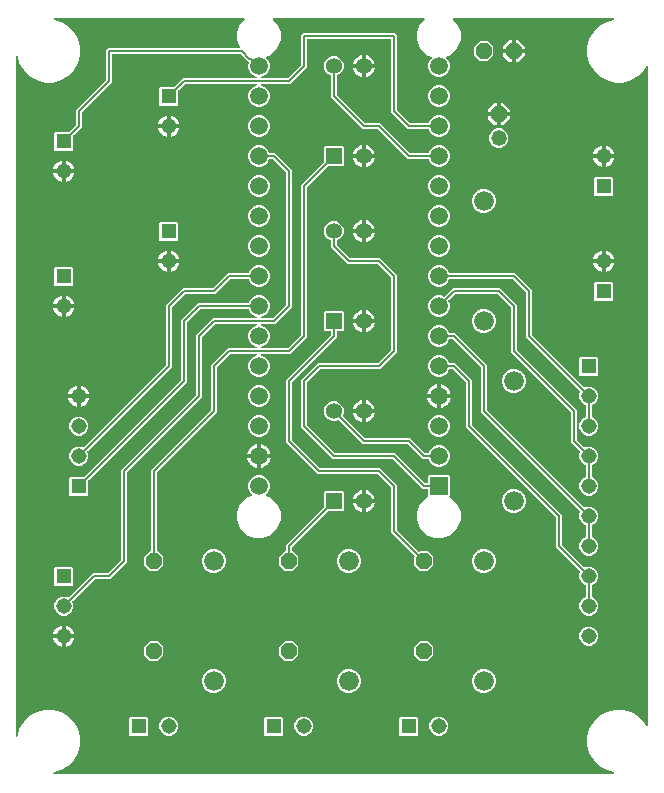
<source format=gbr>
G04 EAGLE Gerber RS-274X export*
G75*
%MOMM*%
%FSLAX34Y34*%
%LPD*%
%INBottom Copper*%
%IPPOS*%
%AMOC8*
5,1,8,0,0,1.08239X$1,22.5*%
G01*
%ADD10P,1.429621X8X112.500000*%
%ADD11C,1.320800*%
%ADD12P,1.429621X8X22.500000*%
%ADD13C,1.676400*%
%ADD14R,1.508000X1.508000*%
%ADD15C,1.508000*%
%ADD16R,1.308000X1.308000*%
%ADD17C,1.308000*%
%ADD18R,1.358000X1.358000*%
%ADD19C,1.358000*%
%ADD20C,0.152400*%

G36*
X795574Y48265D02*
X795574Y48265D01*
X795598Y48262D01*
X795695Y48284D01*
X795793Y48300D01*
X795815Y48312D01*
X795838Y48317D01*
X795923Y48369D01*
X796011Y48416D01*
X796027Y48433D01*
X796048Y48446D01*
X796112Y48522D01*
X796180Y48594D01*
X796190Y48616D01*
X796206Y48634D01*
X796242Y48727D01*
X796284Y48817D01*
X796286Y48841D01*
X796295Y48863D01*
X796300Y48963D01*
X796311Y49061D01*
X796306Y49085D01*
X796307Y49109D01*
X796280Y49205D01*
X796259Y49302D01*
X796246Y49322D01*
X796240Y49346D01*
X796183Y49428D01*
X796132Y49513D01*
X796114Y49529D01*
X796100Y49548D01*
X796021Y49608D01*
X795945Y49673D01*
X795923Y49682D01*
X795904Y49696D01*
X795748Y49757D01*
X789806Y51349D01*
X783725Y54860D01*
X778760Y59825D01*
X775249Y65906D01*
X773432Y72689D01*
X773432Y79711D01*
X775249Y86494D01*
X778760Y92575D01*
X783725Y97540D01*
X789806Y101051D01*
X796589Y102868D01*
X803611Y102868D01*
X810394Y101051D01*
X816475Y97540D01*
X821440Y92575D01*
X823319Y89320D01*
X823349Y89283D01*
X823372Y89241D01*
X823426Y89189D01*
X823475Y89130D01*
X823515Y89104D01*
X823550Y89071D01*
X823619Y89040D01*
X823683Y88999D01*
X823730Y88988D01*
X823773Y88968D01*
X823848Y88959D01*
X823922Y88942D01*
X823970Y88946D01*
X824017Y88941D01*
X824092Y88957D01*
X824167Y88963D01*
X824211Y88983D01*
X824258Y88993D01*
X824323Y89032D01*
X824392Y89062D01*
X824428Y89095D01*
X824469Y89119D01*
X824518Y89177D01*
X824574Y89228D01*
X824598Y89270D01*
X824629Y89306D01*
X824657Y89376D01*
X824694Y89443D01*
X824703Y89490D01*
X824721Y89534D01*
X824735Y89662D01*
X824739Y89684D01*
X824738Y89691D01*
X824739Y89701D01*
X824739Y646919D01*
X824732Y646967D01*
X824733Y647015D01*
X824712Y647087D01*
X824700Y647162D01*
X824677Y647205D01*
X824663Y647251D01*
X824620Y647313D01*
X824584Y647380D01*
X824550Y647413D01*
X824522Y647452D01*
X824461Y647497D01*
X824406Y647549D01*
X824363Y647569D01*
X824324Y647598D01*
X824252Y647621D01*
X824183Y647653D01*
X824135Y647658D01*
X824090Y647672D01*
X824014Y647671D01*
X823939Y647680D01*
X823892Y647669D01*
X823844Y647669D01*
X823772Y647644D01*
X823698Y647627D01*
X823657Y647603D01*
X823612Y647587D01*
X823552Y647540D01*
X823487Y647501D01*
X823456Y647465D01*
X823418Y647435D01*
X823342Y647331D01*
X823327Y647314D01*
X823325Y647308D01*
X823319Y647300D01*
X821432Y644032D01*
X816468Y639068D01*
X810390Y635559D01*
X803610Y633742D01*
X796590Y633742D01*
X789810Y635559D01*
X783732Y639068D01*
X778768Y644032D01*
X775259Y650110D01*
X773442Y656890D01*
X773442Y663910D01*
X775259Y670690D01*
X778768Y676768D01*
X783732Y681732D01*
X789810Y685241D01*
X795414Y686743D01*
X795436Y686753D01*
X795459Y686757D01*
X795547Y686803D01*
X795638Y686844D01*
X795656Y686860D01*
X795677Y686872D01*
X795745Y686944D01*
X795818Y687011D01*
X795830Y687032D01*
X795846Y687050D01*
X795888Y687140D01*
X795935Y687227D01*
X795940Y687251D01*
X795950Y687273D01*
X795961Y687372D01*
X795978Y687470D01*
X795974Y687494D01*
X795977Y687517D01*
X795956Y687615D01*
X795941Y687713D01*
X795930Y687734D01*
X795925Y687758D01*
X795873Y687843D01*
X795828Y687932D01*
X795811Y687948D01*
X795798Y687969D01*
X795723Y688034D01*
X795652Y688103D01*
X795630Y688113D01*
X795612Y688129D01*
X795519Y688166D01*
X795430Y688209D01*
X795406Y688212D01*
X795383Y688221D01*
X795217Y688239D01*
X660442Y688239D01*
X660372Y688228D01*
X660300Y688226D01*
X660251Y688208D01*
X660200Y688200D01*
X660136Y688166D01*
X660069Y688141D01*
X660028Y688109D01*
X659982Y688084D01*
X659933Y688032D01*
X659877Y687988D01*
X659849Y687944D01*
X659813Y687906D01*
X659783Y687841D01*
X659744Y687781D01*
X659731Y687730D01*
X659709Y687683D01*
X659701Y687612D01*
X659684Y687542D01*
X659688Y687490D01*
X659682Y687439D01*
X659697Y687368D01*
X659703Y687297D01*
X659723Y687249D01*
X659734Y687198D01*
X659771Y687137D01*
X659799Y687071D01*
X659844Y687015D01*
X659861Y686987D01*
X659878Y686972D01*
X659904Y686940D01*
X663312Y683532D01*
X666116Y676763D01*
X666116Y669437D01*
X663312Y662668D01*
X658132Y657488D01*
X653952Y655756D01*
X653913Y655732D01*
X653869Y655716D01*
X653809Y655668D01*
X653743Y655627D01*
X653713Y655591D01*
X653677Y655563D01*
X653635Y655497D01*
X653586Y655437D01*
X653569Y655395D01*
X653544Y655356D01*
X653525Y655280D01*
X653498Y655208D01*
X653496Y655162D01*
X653484Y655117D01*
X653490Y655040D01*
X653487Y654962D01*
X653500Y654918D01*
X653503Y654872D01*
X653534Y654801D01*
X653556Y654726D01*
X653582Y654688D01*
X653600Y654646D01*
X653685Y654539D01*
X653696Y654524D01*
X653700Y654521D01*
X653705Y654515D01*
X655385Y652835D01*
X656765Y649503D01*
X656765Y645897D01*
X655385Y642565D01*
X652835Y640015D01*
X649503Y638635D01*
X645897Y638635D01*
X642565Y640015D01*
X640015Y642565D01*
X638635Y645897D01*
X638635Y649503D01*
X640015Y652835D01*
X641695Y654515D01*
X641722Y654552D01*
X641756Y654583D01*
X641794Y654651D01*
X641839Y654715D01*
X641852Y654758D01*
X641875Y654799D01*
X641888Y654875D01*
X641911Y654950D01*
X641910Y654996D01*
X641918Y655041D01*
X641907Y655118D01*
X641905Y655196D01*
X641889Y655239D01*
X641882Y655284D01*
X641847Y655353D01*
X641820Y655427D01*
X641792Y655462D01*
X641771Y655503D01*
X641715Y655558D01*
X641667Y655619D01*
X641628Y655643D01*
X641595Y655676D01*
X641476Y655742D01*
X641460Y655752D01*
X641455Y655753D01*
X641448Y655756D01*
X637268Y657488D01*
X632088Y662668D01*
X629284Y669437D01*
X629284Y676763D01*
X632088Y683532D01*
X635496Y686940D01*
X635538Y686998D01*
X635587Y687050D01*
X635609Y687097D01*
X635640Y687139D01*
X635661Y687208D01*
X635691Y687273D01*
X635697Y687325D01*
X635712Y687375D01*
X635710Y687446D01*
X635718Y687517D01*
X635707Y687568D01*
X635706Y687620D01*
X635681Y687688D01*
X635666Y687758D01*
X635639Y687803D01*
X635621Y687851D01*
X635576Y687907D01*
X635539Y687969D01*
X635500Y688003D01*
X635467Y688043D01*
X635407Y688082D01*
X635353Y688129D01*
X635304Y688148D01*
X635260Y688176D01*
X635191Y688194D01*
X635124Y688221D01*
X635053Y688229D01*
X635022Y688237D01*
X634999Y688235D01*
X634958Y688239D01*
X508042Y688239D01*
X507972Y688228D01*
X507900Y688226D01*
X507851Y688208D01*
X507800Y688200D01*
X507736Y688166D01*
X507669Y688141D01*
X507628Y688109D01*
X507582Y688084D01*
X507533Y688032D01*
X507477Y687988D01*
X507449Y687944D01*
X507413Y687906D01*
X507383Y687841D01*
X507344Y687781D01*
X507331Y687730D01*
X507309Y687683D01*
X507301Y687612D01*
X507284Y687542D01*
X507288Y687490D01*
X507282Y687439D01*
X507297Y687368D01*
X507303Y687297D01*
X507323Y687249D01*
X507334Y687198D01*
X507371Y687137D01*
X507399Y687071D01*
X507444Y687015D01*
X507461Y686987D01*
X507478Y686972D01*
X507504Y686940D01*
X510912Y683532D01*
X513716Y676763D01*
X513716Y669437D01*
X510912Y662668D01*
X505732Y657488D01*
X501552Y655756D01*
X501513Y655732D01*
X501469Y655716D01*
X501409Y655668D01*
X501343Y655627D01*
X501313Y655591D01*
X501277Y655563D01*
X501235Y655497D01*
X501186Y655437D01*
X501169Y655395D01*
X501144Y655356D01*
X501125Y655280D01*
X501098Y655208D01*
X501096Y655162D01*
X501084Y655117D01*
X501090Y655040D01*
X501087Y654962D01*
X501100Y654918D01*
X501103Y654872D01*
X501134Y654801D01*
X501156Y654726D01*
X501182Y654688D01*
X501200Y654646D01*
X501285Y654539D01*
X501296Y654524D01*
X501300Y654521D01*
X501305Y654515D01*
X502985Y652835D01*
X504365Y649503D01*
X504365Y645897D01*
X502985Y642565D01*
X500435Y640015D01*
X497383Y638751D01*
X497300Y638700D01*
X497214Y638654D01*
X497196Y638636D01*
X497174Y638622D01*
X497112Y638546D01*
X497045Y638476D01*
X497034Y638452D01*
X497017Y638432D01*
X496982Y638341D01*
X496941Y638253D01*
X496938Y638227D01*
X496929Y638203D01*
X496925Y638105D01*
X496914Y638009D01*
X496920Y637983D01*
X496919Y637957D01*
X496946Y637863D01*
X496966Y637768D01*
X496980Y637746D01*
X496987Y637721D01*
X497043Y637641D01*
X497093Y637557D01*
X497113Y637540D01*
X497127Y637519D01*
X497206Y637460D01*
X497280Y637397D01*
X497304Y637387D01*
X497325Y637372D01*
X497417Y637342D01*
X497508Y637305D01*
X497540Y637302D01*
X497559Y637296D01*
X497592Y637296D01*
X497674Y637287D01*
X519437Y637287D01*
X519528Y637301D01*
X519618Y637309D01*
X519648Y637321D01*
X519680Y637326D01*
X519761Y637369D01*
X519845Y637405D01*
X519877Y637431D01*
X519898Y637442D01*
X519920Y637465D01*
X519976Y637510D01*
X530890Y648424D01*
X530943Y648498D01*
X531003Y648568D01*
X531015Y648598D01*
X531034Y648624D01*
X531061Y648711D01*
X531095Y648796D01*
X531099Y648837D01*
X531106Y648859D01*
X531105Y648891D01*
X531113Y648963D01*
X531113Y674047D01*
X532453Y675387D01*
X610547Y675387D01*
X611887Y674047D01*
X611887Y610863D01*
X611901Y610772D01*
X611909Y610682D01*
X611921Y610652D01*
X611926Y610620D01*
X611969Y610539D01*
X612005Y610455D01*
X612031Y610423D01*
X612042Y610402D01*
X612065Y610380D01*
X612110Y610324D01*
X623024Y599410D01*
X623098Y599357D01*
X623168Y599297D01*
X623198Y599285D01*
X623224Y599266D01*
X623311Y599239D01*
X623396Y599205D01*
X623437Y599201D01*
X623459Y599194D01*
X623491Y599195D01*
X623563Y599187D01*
X638327Y599187D01*
X638442Y599206D01*
X638558Y599223D01*
X638564Y599225D01*
X638570Y599226D01*
X638672Y599281D01*
X638777Y599334D01*
X638782Y599339D01*
X638787Y599342D01*
X638867Y599426D01*
X638949Y599510D01*
X638953Y599516D01*
X638956Y599520D01*
X638964Y599537D01*
X639030Y599657D01*
X640015Y602035D01*
X642565Y604585D01*
X645897Y605965D01*
X649503Y605965D01*
X652835Y604585D01*
X655385Y602035D01*
X656765Y598703D01*
X656765Y595097D01*
X655385Y591765D01*
X652835Y589215D01*
X649503Y587835D01*
X645897Y587835D01*
X642565Y589215D01*
X640015Y591765D01*
X639030Y594143D01*
X638968Y594243D01*
X638909Y594343D01*
X638904Y594347D01*
X638901Y594352D01*
X638810Y594427D01*
X638722Y594503D01*
X638716Y594505D01*
X638711Y594509D01*
X638603Y594551D01*
X638494Y594595D01*
X638486Y594596D01*
X638482Y594597D01*
X638463Y594598D01*
X638327Y594613D01*
X621353Y594613D01*
X607313Y608653D01*
X607313Y670052D01*
X607310Y670072D01*
X607312Y670091D01*
X607290Y670193D01*
X607274Y670295D01*
X607264Y670312D01*
X607260Y670332D01*
X607207Y670421D01*
X607158Y670512D01*
X607144Y670526D01*
X607134Y670543D01*
X607055Y670610D01*
X606980Y670682D01*
X606962Y670690D01*
X606947Y670703D01*
X606851Y670742D01*
X606757Y670785D01*
X606737Y670787D01*
X606719Y670795D01*
X606552Y670813D01*
X536448Y670813D01*
X536428Y670810D01*
X536409Y670812D01*
X536307Y670790D01*
X536205Y670774D01*
X536188Y670764D01*
X536168Y670760D01*
X536079Y670707D01*
X535988Y670658D01*
X535974Y670644D01*
X535957Y670634D01*
X535890Y670555D01*
X535818Y670480D01*
X535810Y670462D01*
X535797Y670447D01*
X535758Y670351D01*
X535715Y670257D01*
X535713Y670237D01*
X535705Y670219D01*
X535687Y670052D01*
X535687Y646753D01*
X521647Y632713D01*
X497674Y632713D01*
X497578Y632698D01*
X497481Y632688D01*
X497457Y632678D01*
X497432Y632674D01*
X497346Y632628D01*
X497257Y632588D01*
X497237Y632571D01*
X497214Y632558D01*
X497147Y632488D01*
X497076Y632422D01*
X497063Y632399D01*
X497045Y632380D01*
X497004Y632292D01*
X496957Y632206D01*
X496952Y632181D01*
X496941Y632157D01*
X496931Y632060D01*
X496913Y631964D01*
X496917Y631938D01*
X496914Y631913D01*
X496935Y631817D01*
X496949Y631721D01*
X496961Y631698D01*
X496966Y631672D01*
X497016Y631589D01*
X497061Y631502D01*
X497079Y631483D01*
X497093Y631461D01*
X497167Y631398D01*
X497236Y631330D01*
X497265Y631314D01*
X497280Y631301D01*
X497310Y631289D01*
X497383Y631249D01*
X500435Y629985D01*
X502985Y627435D01*
X504365Y624103D01*
X504365Y620497D01*
X502985Y617165D01*
X500435Y614615D01*
X497103Y613235D01*
X493497Y613235D01*
X490165Y614615D01*
X487615Y617165D01*
X486235Y620497D01*
X486235Y624103D01*
X487615Y627435D01*
X490165Y629985D01*
X493217Y631249D01*
X493300Y631300D01*
X493386Y631346D01*
X493404Y631364D01*
X493426Y631378D01*
X493488Y631454D01*
X493555Y631524D01*
X493566Y631548D01*
X493583Y631568D01*
X493618Y631659D01*
X493659Y631747D01*
X493662Y631773D01*
X493671Y631797D01*
X493675Y631895D01*
X493686Y631991D01*
X493680Y632017D01*
X493681Y632043D01*
X493654Y632137D01*
X493634Y632232D01*
X493620Y632254D01*
X493613Y632279D01*
X493557Y632359D01*
X493507Y632443D01*
X493487Y632460D01*
X493473Y632481D01*
X493394Y632540D01*
X493320Y632603D01*
X493296Y632613D01*
X493275Y632628D01*
X493183Y632658D01*
X493092Y632695D01*
X493060Y632698D01*
X493041Y632704D01*
X493008Y632704D01*
X492926Y632713D01*
X433063Y632713D01*
X432972Y632699D01*
X432882Y632691D01*
X432852Y632679D01*
X432820Y632674D01*
X432739Y632631D01*
X432655Y632595D01*
X432623Y632569D01*
X432602Y632558D01*
X432580Y632535D01*
X432524Y632490D01*
X427388Y627354D01*
X427335Y627280D01*
X427326Y627270D01*
X427296Y627239D01*
X427293Y627231D01*
X427275Y627210D01*
X427263Y627180D01*
X427244Y627154D01*
X427219Y627071D01*
X427193Y627016D01*
X427191Y627003D01*
X427183Y626982D01*
X427179Y626941D01*
X427172Y626919D01*
X427173Y626887D01*
X427165Y626816D01*
X427165Y615128D01*
X426272Y614235D01*
X411928Y614235D01*
X411035Y615128D01*
X411035Y629472D01*
X411928Y630365D01*
X423616Y630365D01*
X423706Y630379D01*
X423797Y630387D01*
X423826Y630399D01*
X423858Y630404D01*
X423939Y630447D01*
X424023Y630483D01*
X424055Y630509D01*
X424076Y630520D01*
X424098Y630543D01*
X424154Y630588D01*
X429290Y635724D01*
X430853Y637287D01*
X492926Y637287D01*
X493022Y637302D01*
X493119Y637312D01*
X493143Y637322D01*
X493168Y637326D01*
X493254Y637372D01*
X493343Y637412D01*
X493363Y637429D01*
X493386Y637442D01*
X493453Y637512D01*
X493524Y637578D01*
X493537Y637601D01*
X493555Y637620D01*
X493596Y637708D01*
X493643Y637794D01*
X493648Y637819D01*
X493659Y637843D01*
X493669Y637940D01*
X493687Y638036D01*
X493683Y638062D01*
X493686Y638087D01*
X493665Y638183D01*
X493651Y638279D01*
X493639Y638302D01*
X493634Y638328D01*
X493584Y638411D01*
X493539Y638498D01*
X493521Y638517D01*
X493507Y638539D01*
X493433Y638602D01*
X493364Y638670D01*
X493335Y638686D01*
X493320Y638699D01*
X493290Y638711D01*
X493217Y638751D01*
X490165Y640015D01*
X487615Y642565D01*
X486235Y645897D01*
X486235Y649503D01*
X486716Y650665D01*
X486743Y650778D01*
X486772Y650892D01*
X486771Y650898D01*
X486773Y650904D01*
X486762Y651021D01*
X486753Y651137D01*
X486750Y651143D01*
X486749Y651149D01*
X486702Y651255D01*
X486656Y651363D01*
X486652Y651369D01*
X486649Y651374D01*
X486637Y651388D01*
X486551Y651494D01*
X480155Y657890D01*
X480081Y657943D01*
X480012Y658003D01*
X479982Y658015D01*
X479956Y658034D01*
X479869Y658061D01*
X479784Y658095D01*
X479743Y658099D01*
X479721Y658106D01*
X479688Y658105D01*
X479617Y658113D01*
X371348Y658113D01*
X371328Y658110D01*
X371309Y658112D01*
X371207Y658090D01*
X371105Y658074D01*
X371088Y658064D01*
X371068Y658060D01*
X370979Y658007D01*
X370888Y657958D01*
X370874Y657944D01*
X370857Y657934D01*
X370790Y657855D01*
X370718Y657780D01*
X370710Y657762D01*
X370697Y657747D01*
X370658Y657651D01*
X370615Y657557D01*
X370613Y657537D01*
X370605Y657519D01*
X370587Y657352D01*
X370587Y634053D01*
X345410Y608876D01*
X345357Y608802D01*
X345297Y608732D01*
X345285Y608702D01*
X345266Y608676D01*
X345239Y608589D01*
X345205Y608504D01*
X345201Y608463D01*
X345194Y608441D01*
X345195Y608409D01*
X345187Y608337D01*
X345187Y595953D01*
X338488Y589254D01*
X338441Y589188D01*
X338429Y589176D01*
X338426Y589170D01*
X338375Y589110D01*
X338363Y589080D01*
X338344Y589054D01*
X338317Y588967D01*
X338283Y588882D01*
X338279Y588841D01*
X338272Y588819D01*
X338273Y588787D01*
X338265Y588715D01*
X338265Y577028D01*
X337372Y576135D01*
X323028Y576135D01*
X322135Y577028D01*
X322135Y591372D01*
X323028Y592265D01*
X334715Y592265D01*
X334806Y592279D01*
X334896Y592287D01*
X334926Y592299D01*
X334958Y592304D01*
X335039Y592347D01*
X335123Y592383D01*
X335155Y592409D01*
X335176Y592420D01*
X335198Y592443D01*
X335254Y592488D01*
X340390Y597624D01*
X340443Y597698D01*
X340503Y597768D01*
X340515Y597798D01*
X340534Y597824D01*
X340561Y597911D01*
X340595Y597996D01*
X340599Y598037D01*
X340606Y598059D01*
X340605Y598091D01*
X340613Y598163D01*
X340613Y610547D01*
X365790Y635724D01*
X365843Y635798D01*
X365903Y635868D01*
X365915Y635898D01*
X365934Y635924D01*
X365961Y636011D01*
X365995Y636096D01*
X365999Y636137D01*
X366006Y636159D01*
X366005Y636191D01*
X366013Y636263D01*
X366013Y661347D01*
X367353Y662687D01*
X478541Y662687D01*
X478586Y662694D01*
X478632Y662692D01*
X478707Y662714D01*
X478784Y662726D01*
X478824Y662748D01*
X478868Y662761D01*
X478932Y662805D01*
X479001Y662842D01*
X479033Y662875D01*
X479070Y662901D01*
X479117Y662964D01*
X479170Y663020D01*
X479190Y663062D01*
X479217Y663098D01*
X479241Y663172D01*
X479274Y663243D01*
X479279Y663289D01*
X479293Y663332D01*
X479293Y663410D01*
X479301Y663487D01*
X479291Y663532D01*
X479291Y663578D01*
X479253Y663710D01*
X479249Y663728D01*
X479246Y663732D01*
X479244Y663739D01*
X476884Y669437D01*
X476884Y676763D01*
X479688Y683532D01*
X483096Y686940D01*
X483138Y686998D01*
X483187Y687050D01*
X483209Y687097D01*
X483240Y687139D01*
X483261Y687208D01*
X483291Y687273D01*
X483297Y687325D01*
X483312Y687375D01*
X483310Y687446D01*
X483318Y687517D01*
X483307Y687568D01*
X483306Y687620D01*
X483281Y687688D01*
X483266Y687758D01*
X483239Y687803D01*
X483221Y687851D01*
X483176Y687907D01*
X483139Y687969D01*
X483100Y688003D01*
X483067Y688043D01*
X483007Y688082D01*
X482953Y688129D01*
X482904Y688148D01*
X482860Y688176D01*
X482791Y688194D01*
X482724Y688221D01*
X482653Y688229D01*
X482622Y688237D01*
X482599Y688235D01*
X482558Y688239D01*
X322423Y688239D01*
X322399Y688235D01*
X322375Y688238D01*
X322278Y688216D01*
X322180Y688200D01*
X322159Y688188D01*
X322135Y688183D01*
X322050Y688131D01*
X321962Y688084D01*
X321946Y688067D01*
X321925Y688054D01*
X321862Y687978D01*
X321793Y687906D01*
X321783Y687884D01*
X321768Y687866D01*
X321731Y687773D01*
X321689Y687683D01*
X321687Y687659D01*
X321678Y687637D01*
X321673Y687537D01*
X321662Y687439D01*
X321668Y687415D01*
X321666Y687391D01*
X321694Y687295D01*
X321715Y687198D01*
X321727Y687178D01*
X321734Y687154D01*
X321790Y687072D01*
X321841Y686987D01*
X321859Y686971D01*
X321873Y686952D01*
X321952Y686892D01*
X322028Y686827D01*
X322050Y686818D01*
X322069Y686804D01*
X322226Y686743D01*
X327794Y685251D01*
X333875Y681740D01*
X338840Y676775D01*
X342351Y670694D01*
X344168Y663911D01*
X344168Y656889D01*
X342351Y650106D01*
X338840Y644025D01*
X333875Y639060D01*
X327794Y635549D01*
X321011Y633732D01*
X313989Y633732D01*
X307206Y635549D01*
X301125Y639060D01*
X296160Y644025D01*
X292649Y650106D01*
X291057Y656048D01*
X291047Y656070D01*
X291043Y656093D01*
X290997Y656181D01*
X290956Y656272D01*
X290940Y656289D01*
X290928Y656311D01*
X290856Y656379D01*
X290789Y656452D01*
X290768Y656463D01*
X290750Y656480D01*
X290660Y656522D01*
X290573Y656569D01*
X290549Y656574D01*
X290527Y656584D01*
X290428Y656595D01*
X290330Y656612D01*
X290306Y656608D01*
X290283Y656611D01*
X290185Y656590D01*
X290087Y656575D01*
X290066Y656564D01*
X290042Y656559D01*
X289957Y656507D01*
X289868Y656462D01*
X289852Y656445D01*
X289831Y656432D01*
X289766Y656357D01*
X289697Y656285D01*
X289687Y656264D01*
X289671Y656245D01*
X289634Y656153D01*
X289591Y656064D01*
X289588Y656040D01*
X289579Y656017D01*
X289561Y655851D01*
X289561Y80749D01*
X289565Y80726D01*
X289562Y80702D01*
X289584Y80605D01*
X289600Y80507D01*
X289612Y80485D01*
X289617Y80462D01*
X289669Y80377D01*
X289716Y80289D01*
X289733Y80273D01*
X289746Y80252D01*
X289822Y80188D01*
X289894Y80120D01*
X289916Y80110D01*
X289934Y80094D01*
X290027Y80058D01*
X290117Y80016D01*
X290141Y80014D01*
X290163Y80005D01*
X290263Y80000D01*
X290361Y79989D01*
X290385Y79994D01*
X290409Y79993D01*
X290505Y80020D01*
X290602Y80041D01*
X290622Y80054D01*
X290646Y80060D01*
X290728Y80117D01*
X290813Y80168D01*
X290829Y80186D01*
X290848Y80200D01*
X290908Y80279D01*
X290973Y80355D01*
X290982Y80377D01*
X290996Y80396D01*
X291057Y80552D01*
X292649Y86494D01*
X296160Y92575D01*
X301125Y97540D01*
X307206Y101051D01*
X313989Y102868D01*
X321011Y102868D01*
X327794Y101051D01*
X333875Y97540D01*
X338840Y92575D01*
X342351Y86494D01*
X344168Y79711D01*
X344168Y72689D01*
X342351Y65906D01*
X338840Y59825D01*
X333875Y54860D01*
X327794Y51349D01*
X321852Y49757D01*
X321830Y49747D01*
X321807Y49743D01*
X321719Y49697D01*
X321628Y49656D01*
X321611Y49640D01*
X321589Y49628D01*
X321521Y49556D01*
X321448Y49489D01*
X321437Y49468D01*
X321420Y49450D01*
X321378Y49360D01*
X321331Y49273D01*
X321326Y49249D01*
X321316Y49227D01*
X321305Y49128D01*
X321288Y49030D01*
X321292Y49006D01*
X321289Y48983D01*
X321310Y48885D01*
X321325Y48787D01*
X321336Y48766D01*
X321341Y48742D01*
X321393Y48657D01*
X321438Y48568D01*
X321455Y48552D01*
X321468Y48531D01*
X321543Y48466D01*
X321615Y48397D01*
X321636Y48387D01*
X321655Y48371D01*
X321747Y48334D01*
X321836Y48291D01*
X321860Y48288D01*
X321883Y48279D01*
X322049Y48261D01*
X795551Y48261D01*
X795574Y48265D01*
G37*
%LPC*%
G36*
X328596Y182435D02*
X328596Y182435D01*
X325632Y183663D01*
X323363Y185932D01*
X322135Y188896D01*
X322135Y192104D01*
X323363Y195068D01*
X325632Y197337D01*
X328596Y198565D01*
X331804Y198565D01*
X333616Y197814D01*
X333730Y197788D01*
X333843Y197759D01*
X333849Y197760D01*
X333855Y197758D01*
X333972Y197769D01*
X334088Y197778D01*
X334094Y197781D01*
X334100Y197781D01*
X334208Y197829D01*
X334314Y197875D01*
X334320Y197879D01*
X334325Y197881D01*
X334339Y197894D01*
X334445Y197979D01*
X353090Y216624D01*
X354653Y218187D01*
X367037Y218187D01*
X367128Y218201D01*
X367218Y218209D01*
X367248Y218221D01*
X367280Y218226D01*
X367361Y218269D01*
X367445Y218305D01*
X367477Y218331D01*
X367498Y218342D01*
X367520Y218365D01*
X367576Y218410D01*
X378490Y229324D01*
X378543Y229398D01*
X378603Y229468D01*
X378615Y229498D01*
X378634Y229524D01*
X378661Y229611D01*
X378695Y229696D01*
X378699Y229737D01*
X378706Y229759D01*
X378705Y229791D01*
X378713Y229863D01*
X378713Y305747D01*
X441990Y369024D01*
X442043Y369098D01*
X442103Y369168D01*
X442115Y369198D01*
X442134Y369224D01*
X442161Y369311D01*
X442195Y369396D01*
X442199Y369437D01*
X442206Y369459D01*
X442205Y369491D01*
X442213Y369563D01*
X442213Y420047D01*
X456253Y434087D01*
X492926Y434087D01*
X493022Y434102D01*
X493119Y434112D01*
X493143Y434122D01*
X493168Y434126D01*
X493254Y434172D01*
X493343Y434212D01*
X493363Y434229D01*
X493386Y434242D01*
X493453Y434312D01*
X493524Y434378D01*
X493537Y434401D01*
X493555Y434420D01*
X493596Y434508D01*
X493643Y434594D01*
X493648Y434619D01*
X493659Y434643D01*
X493669Y434740D01*
X493687Y434836D01*
X493683Y434862D01*
X493686Y434887D01*
X493665Y434983D01*
X493651Y435079D01*
X493639Y435102D01*
X493634Y435128D01*
X493584Y435211D01*
X493539Y435298D01*
X493521Y435317D01*
X493507Y435339D01*
X493433Y435402D01*
X493364Y435470D01*
X493335Y435486D01*
X493320Y435499D01*
X493290Y435511D01*
X493217Y435551D01*
X490165Y436815D01*
X487615Y439365D01*
X486630Y441743D01*
X486568Y441843D01*
X486509Y441943D01*
X486504Y441947D01*
X486501Y441952D01*
X486410Y442027D01*
X486322Y442103D01*
X486316Y442105D01*
X486311Y442109D01*
X486203Y442151D01*
X486094Y442195D01*
X486086Y442196D01*
X486082Y442197D01*
X486063Y442198D01*
X485927Y442213D01*
X445763Y442213D01*
X445672Y442199D01*
X445582Y442191D01*
X445552Y442179D01*
X445520Y442174D01*
X445439Y442131D01*
X445355Y442095D01*
X445323Y442069D01*
X445302Y442058D01*
X445280Y442035D01*
X445224Y441990D01*
X434310Y431076D01*
X434257Y431002D01*
X434197Y430932D01*
X434185Y430902D01*
X434166Y430876D01*
X434139Y430789D01*
X434105Y430704D01*
X434101Y430663D01*
X434094Y430641D01*
X434095Y430609D01*
X434087Y430537D01*
X434087Y380053D01*
X432524Y378490D01*
X351188Y297154D01*
X351135Y297080D01*
X351075Y297010D01*
X351063Y296980D01*
X351044Y296954D01*
X351017Y296867D01*
X350983Y296782D01*
X350979Y296741D01*
X350972Y296719D01*
X350973Y296687D01*
X350965Y296616D01*
X350965Y284928D01*
X350072Y284035D01*
X335728Y284035D01*
X334835Y284928D01*
X334835Y299272D01*
X335728Y300165D01*
X347416Y300165D01*
X347506Y300179D01*
X347597Y300187D01*
X347626Y300199D01*
X347658Y300204D01*
X347739Y300247D01*
X347823Y300283D01*
X347855Y300309D01*
X347876Y300320D01*
X347898Y300343D01*
X347954Y300388D01*
X429290Y381724D01*
X429343Y381798D01*
X429403Y381868D01*
X429415Y381898D01*
X429434Y381924D01*
X429461Y382011D01*
X429495Y382096D01*
X429499Y382137D01*
X429506Y382159D01*
X429505Y382191D01*
X429513Y382263D01*
X429513Y432747D01*
X443553Y446787D01*
X485927Y446787D01*
X486042Y446806D01*
X486158Y446823D01*
X486164Y446825D01*
X486170Y446826D01*
X486272Y446881D01*
X486377Y446934D01*
X486382Y446939D01*
X486387Y446942D01*
X486467Y447026D01*
X486549Y447110D01*
X486553Y447116D01*
X486556Y447120D01*
X486564Y447137D01*
X486630Y447257D01*
X487615Y449635D01*
X490165Y452185D01*
X493497Y453565D01*
X497103Y453565D01*
X500435Y452185D01*
X502985Y449635D01*
X504365Y446303D01*
X504365Y442697D01*
X502985Y439365D01*
X500435Y436815D01*
X497383Y435551D01*
X497300Y435500D01*
X497214Y435454D01*
X497196Y435436D01*
X497174Y435422D01*
X497112Y435346D01*
X497045Y435276D01*
X497034Y435252D01*
X497017Y435232D01*
X496982Y435141D01*
X496941Y435053D01*
X496938Y435027D01*
X496929Y435003D01*
X496925Y434905D01*
X496914Y434809D01*
X496920Y434783D01*
X496919Y434757D01*
X496946Y434663D01*
X496966Y434568D01*
X496980Y434546D01*
X496987Y434521D01*
X497043Y434441D01*
X497093Y434357D01*
X497113Y434340D01*
X497127Y434319D01*
X497206Y434260D01*
X497280Y434197D01*
X497304Y434187D01*
X497325Y434172D01*
X497417Y434142D01*
X497508Y434105D01*
X497540Y434102D01*
X497559Y434096D01*
X497592Y434096D01*
X497674Y434087D01*
X506737Y434087D01*
X506828Y434101D01*
X506918Y434109D01*
X506948Y434121D01*
X506980Y434126D01*
X507061Y434169D01*
X507145Y434205D01*
X507177Y434231D01*
X507198Y434242D01*
X507220Y434265D01*
X507276Y434310D01*
X518190Y445224D01*
X518243Y445298D01*
X518303Y445368D01*
X518315Y445398D01*
X518334Y445424D01*
X518361Y445511D01*
X518395Y445596D01*
X518399Y445637D01*
X518406Y445659D01*
X518405Y445691D01*
X518413Y445763D01*
X518413Y557537D01*
X518410Y557557D01*
X518412Y557576D01*
X518397Y557646D01*
X518391Y557718D01*
X518379Y557748D01*
X518374Y557780D01*
X518364Y557798D01*
X518360Y557817D01*
X518324Y557877D01*
X518295Y557945D01*
X518269Y557977D01*
X518258Y557998D01*
X518243Y558012D01*
X518234Y558028D01*
X518217Y558042D01*
X518190Y558076D01*
X507276Y568990D01*
X507202Y569043D01*
X507132Y569103D01*
X507102Y569115D01*
X507076Y569134D01*
X506989Y569161D01*
X506904Y569195D01*
X506863Y569199D01*
X506841Y569206D01*
X506809Y569205D01*
X506737Y569213D01*
X504673Y569213D01*
X504558Y569194D01*
X504442Y569177D01*
X504436Y569175D01*
X504430Y569174D01*
X504328Y569119D01*
X504223Y569066D01*
X504218Y569061D01*
X504213Y569058D01*
X504133Y568974D01*
X504051Y568890D01*
X504047Y568884D01*
X504044Y568880D01*
X504036Y568863D01*
X503970Y568743D01*
X502985Y566365D01*
X500435Y563815D01*
X497103Y562435D01*
X493497Y562435D01*
X490165Y563815D01*
X487615Y566365D01*
X486235Y569697D01*
X486235Y573303D01*
X487615Y576635D01*
X490165Y579185D01*
X493497Y580565D01*
X497103Y580565D01*
X500435Y579185D01*
X502985Y576635D01*
X503970Y574257D01*
X504032Y574157D01*
X504091Y574057D01*
X504096Y574053D01*
X504099Y574048D01*
X504190Y573973D01*
X504278Y573897D01*
X504284Y573895D01*
X504289Y573891D01*
X504397Y573849D01*
X504506Y573805D01*
X504514Y573804D01*
X504518Y573803D01*
X504537Y573802D01*
X504673Y573787D01*
X508947Y573787D01*
X522987Y559747D01*
X522987Y443553D01*
X508947Y429513D01*
X497674Y429513D01*
X497578Y429498D01*
X497481Y429488D01*
X497457Y429478D01*
X497432Y429474D01*
X497346Y429428D01*
X497257Y429388D01*
X497237Y429371D01*
X497214Y429358D01*
X497147Y429288D01*
X497076Y429222D01*
X497063Y429199D01*
X497045Y429180D01*
X497004Y429092D01*
X496957Y429006D01*
X496952Y428981D01*
X496941Y428957D01*
X496931Y428860D01*
X496913Y428764D01*
X496917Y428738D01*
X496914Y428713D01*
X496935Y428617D01*
X496949Y428521D01*
X496961Y428498D01*
X496966Y428472D01*
X497016Y428389D01*
X497061Y428302D01*
X497079Y428283D01*
X497093Y428261D01*
X497167Y428198D01*
X497236Y428130D01*
X497265Y428114D01*
X497280Y428101D01*
X497310Y428089D01*
X497383Y428049D01*
X500435Y426785D01*
X502985Y424235D01*
X504365Y420903D01*
X504365Y417297D01*
X502985Y413965D01*
X500435Y411415D01*
X497383Y410151D01*
X497300Y410100D01*
X497214Y410054D01*
X497196Y410036D01*
X497174Y410022D01*
X497112Y409946D01*
X497045Y409876D01*
X497034Y409852D01*
X497017Y409832D01*
X496982Y409741D01*
X496941Y409653D01*
X496938Y409627D01*
X496929Y409603D01*
X496925Y409505D01*
X496914Y409409D01*
X496920Y409383D01*
X496919Y409357D01*
X496946Y409263D01*
X496966Y409168D01*
X496980Y409146D01*
X496987Y409121D01*
X497043Y409041D01*
X497093Y408957D01*
X497113Y408940D01*
X497127Y408919D01*
X497206Y408860D01*
X497280Y408797D01*
X497304Y408787D01*
X497325Y408772D01*
X497417Y408742D01*
X497508Y408705D01*
X497540Y408702D01*
X497559Y408696D01*
X497592Y408696D01*
X497674Y408687D01*
X519437Y408687D01*
X519528Y408701D01*
X519618Y408709D01*
X519648Y408721D01*
X519680Y408726D01*
X519761Y408769D01*
X519845Y408805D01*
X519877Y408831D01*
X519898Y408842D01*
X519920Y408865D01*
X519976Y408910D01*
X530890Y419824D01*
X530943Y419898D01*
X531003Y419968D01*
X531015Y419998D01*
X531034Y420024D01*
X531061Y420111D01*
X531095Y420196D01*
X531099Y420237D01*
X531106Y420259D01*
X531105Y420291D01*
X531113Y420363D01*
X531113Y547047D01*
X550262Y566196D01*
X550315Y566270D01*
X550375Y566340D01*
X550387Y566370D01*
X550406Y566396D01*
X550433Y566483D01*
X550467Y566568D01*
X550471Y566609D01*
X550478Y566631D01*
X550477Y566663D01*
X550485Y566735D01*
X550485Y578922D01*
X551378Y579815D01*
X566222Y579815D01*
X567115Y578922D01*
X567115Y564078D01*
X566222Y563185D01*
X554035Y563185D01*
X553944Y563171D01*
X553854Y563163D01*
X553824Y563151D01*
X553792Y563146D01*
X553711Y563103D01*
X553627Y563067D01*
X553595Y563041D01*
X553574Y563030D01*
X553552Y563007D01*
X553496Y562962D01*
X535910Y545376D01*
X535857Y545302D01*
X535797Y545232D01*
X535785Y545202D01*
X535766Y545176D01*
X535739Y545089D01*
X535705Y545004D01*
X535701Y544963D01*
X535694Y544941D01*
X535695Y544909D01*
X535687Y544837D01*
X535687Y418153D01*
X521647Y404113D01*
X497674Y404113D01*
X497578Y404098D01*
X497481Y404088D01*
X497457Y404078D01*
X497432Y404074D01*
X497346Y404028D01*
X497257Y403988D01*
X497237Y403971D01*
X497214Y403958D01*
X497147Y403888D01*
X497076Y403822D01*
X497063Y403799D01*
X497045Y403780D01*
X497004Y403692D01*
X496957Y403606D01*
X496952Y403581D01*
X496941Y403557D01*
X496931Y403460D01*
X496913Y403364D01*
X496917Y403338D01*
X496914Y403313D01*
X496935Y403217D01*
X496949Y403121D01*
X496961Y403098D01*
X496966Y403072D01*
X497016Y402989D01*
X497061Y402902D01*
X497079Y402883D01*
X497093Y402861D01*
X497167Y402798D01*
X497236Y402730D01*
X497265Y402714D01*
X497280Y402701D01*
X497310Y402689D01*
X497383Y402649D01*
X500435Y401385D01*
X502985Y398835D01*
X504365Y395503D01*
X504365Y391897D01*
X502985Y388565D01*
X500435Y386015D01*
X497103Y384635D01*
X493497Y384635D01*
X490165Y386015D01*
X487615Y388565D01*
X486235Y391897D01*
X486235Y395503D01*
X487615Y398835D01*
X490165Y401385D01*
X493217Y402649D01*
X493300Y402700D01*
X493386Y402746D01*
X493404Y402764D01*
X493426Y402778D01*
X493488Y402854D01*
X493555Y402924D01*
X493566Y402948D01*
X493583Y402968D01*
X493618Y403059D01*
X493659Y403147D01*
X493662Y403173D01*
X493671Y403197D01*
X493675Y403295D01*
X493686Y403391D01*
X493680Y403417D01*
X493681Y403443D01*
X493654Y403537D01*
X493634Y403632D01*
X493620Y403654D01*
X493613Y403679D01*
X493557Y403759D01*
X493507Y403843D01*
X493487Y403860D01*
X493473Y403881D01*
X493394Y403940D01*
X493320Y404003D01*
X493296Y404013D01*
X493275Y404028D01*
X493183Y404058D01*
X493092Y404095D01*
X493060Y404098D01*
X493041Y404104D01*
X493008Y404104D01*
X492926Y404113D01*
X471163Y404113D01*
X471072Y404099D01*
X470982Y404091D01*
X470952Y404079D01*
X470920Y404074D01*
X470839Y404031D01*
X470755Y403995D01*
X470723Y403969D01*
X470702Y403958D01*
X470680Y403935D01*
X470624Y403890D01*
X459710Y392976D01*
X459657Y392902D01*
X459597Y392832D01*
X459585Y392802D01*
X459566Y392776D01*
X459539Y392689D01*
X459505Y392604D01*
X459501Y392563D01*
X459494Y392541D01*
X459495Y392509D01*
X459487Y392437D01*
X459487Y354653D01*
X408910Y304076D01*
X408857Y304002D01*
X408797Y303932D01*
X408785Y303902D01*
X408766Y303876D01*
X408739Y303789D01*
X408705Y303704D01*
X408701Y303663D01*
X408694Y303641D01*
X408695Y303609D01*
X408687Y303537D01*
X408687Y237490D01*
X408690Y237470D01*
X408688Y237451D01*
X408710Y237349D01*
X408726Y237247D01*
X408736Y237230D01*
X408740Y237210D01*
X408793Y237121D01*
X408842Y237030D01*
X408856Y237016D01*
X408866Y236999D01*
X408945Y236932D01*
X409020Y236860D01*
X409038Y236852D01*
X409053Y236839D01*
X409149Y236800D01*
X409243Y236757D01*
X409263Y236755D01*
X409281Y236747D01*
X409448Y236729D01*
X409767Y236729D01*
X414529Y231967D01*
X414529Y225233D01*
X409767Y220471D01*
X403033Y220471D01*
X398271Y225233D01*
X398271Y231967D01*
X403033Y236729D01*
X403352Y236729D01*
X403372Y236732D01*
X403391Y236730D01*
X403493Y236752D01*
X403595Y236768D01*
X403612Y236778D01*
X403632Y236782D01*
X403721Y236835D01*
X403812Y236884D01*
X403826Y236898D01*
X403843Y236908D01*
X403910Y236987D01*
X403982Y237062D01*
X403990Y237080D01*
X404003Y237095D01*
X404042Y237191D01*
X404085Y237285D01*
X404087Y237305D01*
X404095Y237323D01*
X404113Y237490D01*
X404113Y305747D01*
X454690Y356324D01*
X454743Y356398D01*
X454803Y356468D01*
X454815Y356498D01*
X454834Y356524D01*
X454861Y356611D01*
X454895Y356696D01*
X454899Y356737D01*
X454906Y356759D01*
X454905Y356791D01*
X454913Y356863D01*
X454913Y394647D01*
X468953Y408687D01*
X492926Y408687D01*
X493022Y408702D01*
X493119Y408712D01*
X493143Y408722D01*
X493168Y408726D01*
X493254Y408772D01*
X493343Y408812D01*
X493363Y408829D01*
X493386Y408842D01*
X493453Y408912D01*
X493524Y408978D01*
X493537Y409001D01*
X493555Y409020D01*
X493596Y409108D01*
X493643Y409194D01*
X493648Y409219D01*
X493659Y409243D01*
X493669Y409340D01*
X493687Y409436D01*
X493683Y409462D01*
X493686Y409487D01*
X493665Y409583D01*
X493651Y409679D01*
X493639Y409702D01*
X493634Y409728D01*
X493584Y409811D01*
X493539Y409898D01*
X493521Y409917D01*
X493507Y409939D01*
X493433Y410002D01*
X493364Y410070D01*
X493335Y410086D01*
X493320Y410099D01*
X493290Y410111D01*
X493217Y410151D01*
X490165Y411415D01*
X487615Y413965D01*
X486235Y417297D01*
X486235Y420903D01*
X487615Y424235D01*
X490165Y426785D01*
X493217Y428049D01*
X493300Y428100D01*
X493386Y428146D01*
X493404Y428164D01*
X493426Y428178D01*
X493488Y428254D01*
X493555Y428324D01*
X493566Y428348D01*
X493583Y428368D01*
X493618Y428459D01*
X493659Y428547D01*
X493662Y428573D01*
X493671Y428597D01*
X493675Y428695D01*
X493686Y428791D01*
X493680Y428817D01*
X493681Y428843D01*
X493654Y428937D01*
X493634Y429032D01*
X493620Y429054D01*
X493613Y429079D01*
X493557Y429159D01*
X493507Y429243D01*
X493487Y429260D01*
X493473Y429281D01*
X493394Y429340D01*
X493320Y429403D01*
X493296Y429413D01*
X493275Y429428D01*
X493183Y429458D01*
X493092Y429495D01*
X493060Y429498D01*
X493041Y429504D01*
X493008Y429504D01*
X492926Y429513D01*
X458463Y429513D01*
X458372Y429499D01*
X458282Y429491D01*
X458252Y429479D01*
X458220Y429474D01*
X458139Y429431D01*
X458055Y429395D01*
X458023Y429369D01*
X458002Y429358D01*
X457980Y429335D01*
X457924Y429290D01*
X447010Y418376D01*
X446957Y418302D01*
X446897Y418232D01*
X446885Y418202D01*
X446866Y418176D01*
X446839Y418089D01*
X446805Y418004D01*
X446801Y417963D01*
X446794Y417941D01*
X446795Y417909D01*
X446787Y417837D01*
X446787Y367353D01*
X383510Y304076D01*
X383457Y304002D01*
X383397Y303932D01*
X383385Y303902D01*
X383366Y303876D01*
X383339Y303789D01*
X383305Y303704D01*
X383301Y303663D01*
X383294Y303641D01*
X383295Y303609D01*
X383287Y303537D01*
X383287Y227653D01*
X369247Y213613D01*
X356863Y213613D01*
X356772Y213599D01*
X356682Y213591D01*
X356652Y213579D01*
X356620Y213574D01*
X356539Y213531D01*
X356455Y213495D01*
X356423Y213469D01*
X356402Y213458D01*
X356380Y213435D01*
X356324Y213390D01*
X337679Y194745D01*
X337611Y194651D01*
X337541Y194557D01*
X337539Y194551D01*
X337536Y194546D01*
X337502Y194435D01*
X337465Y194323D01*
X337465Y194317D01*
X337463Y194311D01*
X337466Y194194D01*
X337468Y194077D01*
X337470Y194070D01*
X337470Y194065D01*
X337476Y194047D01*
X337514Y193916D01*
X338265Y192104D01*
X338265Y188896D01*
X337037Y185932D01*
X334768Y183663D01*
X331804Y182435D01*
X328596Y182435D01*
G37*
%LPD*%
%LPC*%
G36*
X644037Y248284D02*
X644037Y248284D01*
X637268Y251088D01*
X632088Y256268D01*
X629284Y263037D01*
X629284Y270363D01*
X632088Y277132D01*
X637268Y282312D01*
X638325Y282750D01*
X638364Y282774D01*
X638407Y282790D01*
X638468Y282839D01*
X638534Y282880D01*
X638564Y282915D01*
X638599Y282944D01*
X638642Y283009D01*
X638691Y283069D01*
X638708Y283112D01*
X638732Y283151D01*
X638751Y283226D01*
X638779Y283299D01*
X638781Y283344D01*
X638792Y283389D01*
X638786Y283467D01*
X638790Y283544D01*
X638777Y283588D01*
X638773Y283634D01*
X638743Y283706D01*
X638721Y283781D01*
X638695Y283818D01*
X638677Y283861D01*
X638635Y283913D01*
X638635Y289052D01*
X638632Y289072D01*
X638634Y289091D01*
X638612Y289193D01*
X638596Y289295D01*
X638586Y289312D01*
X638582Y289332D01*
X638529Y289421D01*
X638480Y289512D01*
X638466Y289526D01*
X638456Y289543D01*
X638377Y289610D01*
X638302Y289682D01*
X638284Y289690D01*
X638269Y289703D01*
X638173Y289742D01*
X638079Y289785D01*
X638059Y289787D01*
X638041Y289795D01*
X637874Y289813D01*
X634053Y289813D01*
X608876Y314990D01*
X608802Y315043D01*
X608732Y315103D01*
X608702Y315115D01*
X608676Y315134D01*
X608589Y315161D01*
X608504Y315195D01*
X608463Y315199D01*
X608441Y315206D01*
X608409Y315205D01*
X608338Y315213D01*
X557853Y315213D01*
X531113Y341953D01*
X531113Y381947D01*
X545153Y395987D01*
X595637Y395987D01*
X595728Y396001D01*
X595818Y396009D01*
X595848Y396021D01*
X595880Y396026D01*
X595961Y396069D01*
X596045Y396105D01*
X596077Y396131D01*
X596098Y396142D01*
X596120Y396165D01*
X596176Y396210D01*
X607090Y407124D01*
X607143Y407198D01*
X607203Y407268D01*
X607215Y407298D01*
X607234Y407324D01*
X607261Y407411D01*
X607295Y407496D01*
X607299Y407537D01*
X607306Y407559D01*
X607305Y407591D01*
X607313Y407663D01*
X607313Y468637D01*
X607299Y468728D01*
X607291Y468818D01*
X607279Y468848D01*
X607274Y468880D01*
X607231Y468961D01*
X607195Y469045D01*
X607169Y469077D01*
X607158Y469098D01*
X607135Y469120D01*
X607090Y469176D01*
X596176Y480090D01*
X596102Y480143D01*
X596032Y480203D01*
X596002Y480215D01*
X595976Y480234D01*
X595889Y480261D01*
X595804Y480295D01*
X595763Y480299D01*
X595741Y480306D01*
X595709Y480305D01*
X595637Y480313D01*
X570553Y480313D01*
X556513Y494353D01*
X556513Y499439D01*
X556494Y499553D01*
X556477Y499670D01*
X556475Y499675D01*
X556474Y499682D01*
X556419Y499784D01*
X556366Y499889D01*
X556361Y499893D01*
X556358Y499899D01*
X556274Y499979D01*
X556190Y500061D01*
X556184Y500065D01*
X556180Y500068D01*
X556163Y500076D01*
X556043Y500142D01*
X554090Y500951D01*
X551751Y503290D01*
X550485Y506346D01*
X550485Y509654D01*
X551751Y512710D01*
X554090Y515049D01*
X557146Y516315D01*
X560454Y516315D01*
X563510Y515049D01*
X565849Y512710D01*
X567115Y509654D01*
X567115Y506346D01*
X565849Y503290D01*
X563510Y500951D01*
X561557Y500142D01*
X561457Y500080D01*
X561357Y500021D01*
X561353Y500016D01*
X561348Y500012D01*
X561272Y499922D01*
X561197Y499834D01*
X561195Y499828D01*
X561191Y499823D01*
X561149Y499715D01*
X561105Y499605D01*
X561104Y499598D01*
X561103Y499593D01*
X561102Y499575D01*
X561087Y499439D01*
X561087Y496563D01*
X561101Y496472D01*
X561109Y496382D01*
X561121Y496352D01*
X561126Y496320D01*
X561169Y496239D01*
X561205Y496155D01*
X561231Y496123D01*
X561242Y496102D01*
X561265Y496080D01*
X561310Y496024D01*
X572224Y485110D01*
X572298Y485057D01*
X572368Y484997D01*
X572398Y484985D01*
X572424Y484966D01*
X572511Y484939D01*
X572596Y484905D01*
X572637Y484901D01*
X572659Y484894D01*
X572691Y484895D01*
X572763Y484887D01*
X597847Y484887D01*
X611887Y470847D01*
X611887Y405453D01*
X597847Y391413D01*
X547363Y391413D01*
X547272Y391399D01*
X547182Y391391D01*
X547152Y391379D01*
X547120Y391374D01*
X547039Y391331D01*
X546955Y391295D01*
X546923Y391269D01*
X546902Y391258D01*
X546880Y391235D01*
X546824Y391190D01*
X535910Y380276D01*
X535857Y380202D01*
X535797Y380132D01*
X535785Y380102D01*
X535766Y380076D01*
X535739Y379989D01*
X535705Y379904D01*
X535701Y379863D01*
X535694Y379841D01*
X535695Y379809D01*
X535687Y379737D01*
X535687Y344163D01*
X535701Y344072D01*
X535709Y343982D01*
X535721Y343952D01*
X535726Y343920D01*
X535769Y343839D01*
X535805Y343755D01*
X535831Y343723D01*
X535842Y343702D01*
X535865Y343680D01*
X535910Y343624D01*
X559524Y320010D01*
X559598Y319957D01*
X559668Y319897D01*
X559698Y319885D01*
X559724Y319866D01*
X559811Y319839D01*
X559896Y319805D01*
X559937Y319801D01*
X559959Y319794D01*
X559991Y319795D01*
X560063Y319787D01*
X610547Y319787D01*
X612110Y318224D01*
X635724Y294610D01*
X635798Y294557D01*
X635868Y294497D01*
X635898Y294485D01*
X635924Y294466D01*
X636011Y294439D01*
X636096Y294405D01*
X636137Y294401D01*
X636159Y294394D01*
X636191Y294395D01*
X636263Y294387D01*
X637874Y294387D01*
X637894Y294390D01*
X637913Y294388D01*
X638015Y294410D01*
X638117Y294426D01*
X638134Y294436D01*
X638154Y294440D01*
X638243Y294493D01*
X638334Y294542D01*
X638348Y294556D01*
X638365Y294566D01*
X638432Y294645D01*
X638504Y294720D01*
X638512Y294738D01*
X638525Y294753D01*
X638564Y294849D01*
X638607Y294943D01*
X638609Y294963D01*
X638617Y294981D01*
X638635Y295148D01*
X638635Y300272D01*
X639528Y301165D01*
X655872Y301165D01*
X656765Y300272D01*
X656765Y283919D01*
X656730Y283855D01*
X656684Y283792D01*
X656671Y283748D01*
X656649Y283708D01*
X656635Y283631D01*
X656612Y283557D01*
X656613Y283511D01*
X656605Y283466D01*
X656616Y283389D01*
X656618Y283311D01*
X656634Y283268D01*
X656641Y283222D01*
X656676Y283153D01*
X656703Y283080D01*
X656731Y283044D01*
X656752Y283003D01*
X656808Y282948D01*
X656856Y282888D01*
X656895Y282863D01*
X656928Y282831D01*
X657048Y282765D01*
X657063Y282755D01*
X657068Y282754D01*
X657075Y282750D01*
X658132Y282312D01*
X663312Y277132D01*
X666116Y270363D01*
X666116Y263037D01*
X663312Y256268D01*
X658132Y251088D01*
X651363Y248284D01*
X644037Y248284D01*
G37*
%LPD*%
%LPC*%
G36*
X631633Y220471D02*
X631633Y220471D01*
X626871Y225233D01*
X626871Y231967D01*
X627097Y232193D01*
X627109Y232209D01*
X627124Y232221D01*
X627180Y232308D01*
X627240Y232392D01*
X627246Y232411D01*
X627257Y232428D01*
X627282Y232529D01*
X627313Y232627D01*
X627312Y232647D01*
X627317Y232667D01*
X627309Y232770D01*
X627306Y232873D01*
X627300Y232892D01*
X627298Y232912D01*
X627258Y233007D01*
X627222Y233104D01*
X627209Y233120D01*
X627202Y233138D01*
X627097Y233269D01*
X608876Y251490D01*
X607313Y253053D01*
X607313Y290837D01*
X607299Y290928D01*
X607291Y291018D01*
X607279Y291048D01*
X607274Y291080D01*
X607231Y291161D01*
X607195Y291245D01*
X607169Y291277D01*
X607158Y291298D01*
X607135Y291320D01*
X607090Y291376D01*
X596176Y302290D01*
X596102Y302343D01*
X596032Y302403D01*
X596002Y302415D01*
X595976Y302434D01*
X595889Y302461D01*
X595804Y302495D01*
X595763Y302499D01*
X595741Y302506D01*
X595709Y302505D01*
X595638Y302513D01*
X545153Y302513D01*
X543590Y304076D01*
X519976Y327690D01*
X518413Y329253D01*
X518413Y381947D01*
X556290Y419824D01*
X556343Y419898D01*
X556403Y419968D01*
X556415Y419998D01*
X556434Y420024D01*
X556461Y420111D01*
X556495Y420196D01*
X556499Y420237D01*
X556506Y420259D01*
X556505Y420291D01*
X556513Y420363D01*
X556513Y422724D01*
X556510Y422744D01*
X556512Y422763D01*
X556490Y422865D01*
X556474Y422967D01*
X556464Y422984D01*
X556460Y423004D01*
X556407Y423093D01*
X556358Y423184D01*
X556344Y423198D01*
X556334Y423215D01*
X556255Y423282D01*
X556180Y423354D01*
X556162Y423362D01*
X556147Y423375D01*
X556051Y423414D01*
X555957Y423457D01*
X555937Y423459D01*
X555919Y423467D01*
X555752Y423485D01*
X551378Y423485D01*
X550485Y424378D01*
X550485Y439222D01*
X551378Y440115D01*
X566222Y440115D01*
X567115Y439222D01*
X567115Y424378D01*
X566222Y423485D01*
X561848Y423485D01*
X561828Y423482D01*
X561809Y423484D01*
X561707Y423462D01*
X561605Y423446D01*
X561588Y423436D01*
X561568Y423432D01*
X561479Y423379D01*
X561388Y423330D01*
X561374Y423316D01*
X561357Y423306D01*
X561290Y423227D01*
X561218Y423152D01*
X561210Y423134D01*
X561197Y423119D01*
X561158Y423023D01*
X561115Y422929D01*
X561113Y422909D01*
X561105Y422891D01*
X561087Y422724D01*
X561087Y418153D01*
X523210Y380276D01*
X523157Y380202D01*
X523097Y380132D01*
X523085Y380102D01*
X523066Y380076D01*
X523039Y379989D01*
X523005Y379904D01*
X523001Y379863D01*
X522994Y379841D01*
X522995Y379809D01*
X522987Y379737D01*
X522987Y331463D01*
X523001Y331372D01*
X523009Y331282D01*
X523021Y331252D01*
X523026Y331220D01*
X523069Y331139D01*
X523105Y331055D01*
X523131Y331023D01*
X523142Y331002D01*
X523165Y330980D01*
X523176Y330966D01*
X523183Y330955D01*
X523190Y330949D01*
X523210Y330924D01*
X546824Y307310D01*
X546898Y307257D01*
X546968Y307197D01*
X546998Y307185D01*
X547024Y307166D01*
X547111Y307139D01*
X547196Y307105D01*
X547237Y307101D01*
X547259Y307094D01*
X547291Y307095D01*
X547363Y307087D01*
X595637Y307087D01*
X595638Y307087D01*
X597847Y307087D01*
X611887Y293047D01*
X611887Y255263D01*
X611901Y255172D01*
X611909Y255082D01*
X611921Y255052D01*
X611926Y255020D01*
X611969Y254939D01*
X612005Y254855D01*
X612031Y254823D01*
X612042Y254802D01*
X612065Y254780D01*
X612110Y254724D01*
X630331Y236503D01*
X630347Y236491D01*
X630359Y236476D01*
X630426Y236433D01*
X630465Y236400D01*
X630487Y236391D01*
X630531Y236360D01*
X630550Y236354D01*
X630566Y236343D01*
X630667Y236318D01*
X630676Y236315D01*
X630693Y236308D01*
X630701Y236307D01*
X630766Y236287D01*
X630786Y236288D01*
X630805Y236283D01*
X630908Y236291D01*
X631011Y236294D01*
X631030Y236300D01*
X631050Y236302D01*
X631110Y236327D01*
X631121Y236329D01*
X631148Y236344D01*
X631243Y236378D01*
X631258Y236391D01*
X631276Y236398D01*
X631325Y236437D01*
X631339Y236444D01*
X631353Y236460D01*
X631407Y236503D01*
X631633Y236729D01*
X638367Y236729D01*
X643129Y231967D01*
X643129Y225233D01*
X638367Y220471D01*
X631633Y220471D01*
G37*
%LPD*%
%LPC*%
G36*
X773096Y182435D02*
X773096Y182435D01*
X770132Y183663D01*
X767863Y185932D01*
X766635Y188896D01*
X766635Y192104D01*
X767863Y195068D01*
X770132Y197337D01*
X771943Y198087D01*
X772043Y198149D01*
X772143Y198209D01*
X772147Y198214D01*
X772152Y198217D01*
X772227Y198307D01*
X772303Y198396D01*
X772305Y198402D01*
X772309Y198406D01*
X772351Y198515D01*
X772395Y198624D01*
X772396Y198631D01*
X772397Y198636D01*
X772398Y198654D01*
X772413Y198791D01*
X772413Y207609D01*
X772394Y207724D01*
X772377Y207840D01*
X772375Y207846D01*
X772374Y207852D01*
X772319Y207955D01*
X772266Y208060D01*
X772261Y208064D01*
X772258Y208069D01*
X772174Y208149D01*
X772090Y208232D01*
X772084Y208235D01*
X772080Y208239D01*
X772063Y208247D01*
X771943Y208313D01*
X770132Y209063D01*
X767863Y211332D01*
X766635Y214296D01*
X766635Y217504D01*
X767386Y219316D01*
X767412Y219430D01*
X767441Y219543D01*
X767440Y219549D01*
X767442Y219555D01*
X767431Y219672D01*
X767422Y219788D01*
X767419Y219794D01*
X767419Y219800D01*
X767371Y219908D01*
X767325Y220014D01*
X767321Y220020D01*
X767319Y220025D01*
X767306Y220039D01*
X767221Y220145D01*
X747013Y240353D01*
X747013Y265437D01*
X746999Y265528D01*
X746991Y265618D01*
X746979Y265648D01*
X746974Y265680D01*
X746931Y265761D01*
X746895Y265845D01*
X746869Y265877D01*
X746858Y265898D01*
X746835Y265920D01*
X746790Y265976D01*
X670813Y341953D01*
X670813Y379737D01*
X670799Y379828D01*
X670791Y379918D01*
X670779Y379948D01*
X670774Y379980D01*
X670731Y380061D01*
X670695Y380145D01*
X670669Y380177D01*
X670658Y380198D01*
X670635Y380220D01*
X670590Y380276D01*
X659676Y391190D01*
X659602Y391243D01*
X659532Y391303D01*
X659502Y391315D01*
X659476Y391334D01*
X659389Y391361D01*
X659304Y391395D01*
X659263Y391399D01*
X659241Y391406D01*
X659209Y391405D01*
X659137Y391413D01*
X657073Y391413D01*
X656958Y391394D01*
X656842Y391377D01*
X656836Y391375D01*
X656830Y391374D01*
X656728Y391319D01*
X656623Y391266D01*
X656618Y391261D01*
X656613Y391258D01*
X656533Y391174D01*
X656451Y391090D01*
X656447Y391084D01*
X656444Y391080D01*
X656436Y391063D01*
X656370Y390943D01*
X655385Y388565D01*
X652835Y386015D01*
X649503Y384635D01*
X645897Y384635D01*
X642565Y386015D01*
X640015Y388565D01*
X638635Y391897D01*
X638635Y395503D01*
X640015Y398835D01*
X642565Y401385D01*
X645897Y402765D01*
X649503Y402765D01*
X652835Y401385D01*
X655385Y398835D01*
X656370Y396457D01*
X656432Y396357D01*
X656491Y396257D01*
X656496Y396253D01*
X656499Y396248D01*
X656590Y396173D01*
X656678Y396097D01*
X656684Y396095D01*
X656689Y396091D01*
X656797Y396049D01*
X656906Y396005D01*
X656914Y396004D01*
X656918Y396003D01*
X656937Y396002D01*
X657073Y395987D01*
X661347Y395987D01*
X675387Y381947D01*
X675387Y344163D01*
X675401Y344072D01*
X675409Y343982D01*
X675421Y343952D01*
X675426Y343920D01*
X675469Y343839D01*
X675505Y343755D01*
X675531Y343723D01*
X675542Y343702D01*
X675565Y343680D01*
X675610Y343624D01*
X751587Y267647D01*
X751587Y242563D01*
X751601Y242472D01*
X751609Y242382D01*
X751621Y242352D01*
X751626Y242320D01*
X751669Y242239D01*
X751705Y242155D01*
X751731Y242123D01*
X751742Y242102D01*
X751765Y242080D01*
X751810Y242024D01*
X770455Y223379D01*
X770549Y223311D01*
X770643Y223241D01*
X770649Y223239D01*
X770654Y223236D01*
X770765Y223202D01*
X770877Y223165D01*
X770883Y223165D01*
X770889Y223163D01*
X771006Y223166D01*
X771123Y223168D01*
X771130Y223170D01*
X771135Y223170D01*
X771153Y223176D01*
X771284Y223214D01*
X773096Y223965D01*
X776304Y223965D01*
X779268Y222737D01*
X781537Y220468D01*
X782765Y217504D01*
X782765Y214296D01*
X781537Y211332D01*
X779268Y209063D01*
X777457Y208313D01*
X777357Y208251D01*
X777257Y208191D01*
X777253Y208186D01*
X777248Y208183D01*
X777173Y208093D01*
X777097Y208004D01*
X777095Y207998D01*
X777091Y207994D01*
X777049Y207885D01*
X777005Y207776D01*
X777004Y207769D01*
X777003Y207764D01*
X777002Y207746D01*
X776987Y207609D01*
X776987Y198791D01*
X777006Y198675D01*
X777023Y198560D01*
X777025Y198554D01*
X777026Y198548D01*
X777081Y198445D01*
X777134Y198340D01*
X777139Y198336D01*
X777142Y198331D01*
X777226Y198251D01*
X777310Y198168D01*
X777316Y198165D01*
X777320Y198161D01*
X777337Y198153D01*
X777457Y198087D01*
X779268Y197337D01*
X781537Y195068D01*
X782765Y192104D01*
X782765Y188896D01*
X781537Y185932D01*
X779268Y183663D01*
X776304Y182435D01*
X773096Y182435D01*
G37*
%LPD*%
%LPC*%
G36*
X773096Y284035D02*
X773096Y284035D01*
X770132Y285263D01*
X767863Y287532D01*
X766635Y290496D01*
X766635Y293704D01*
X767863Y296668D01*
X770132Y298937D01*
X771943Y299687D01*
X772043Y299749D01*
X772143Y299809D01*
X772147Y299814D01*
X772152Y299817D01*
X772227Y299907D01*
X772303Y299996D01*
X772305Y300002D01*
X772309Y300006D01*
X772351Y300115D01*
X772395Y300224D01*
X772396Y300231D01*
X772397Y300236D01*
X772398Y300254D01*
X772413Y300391D01*
X772413Y309209D01*
X772394Y309324D01*
X772377Y309440D01*
X772375Y309446D01*
X772374Y309452D01*
X772319Y309555D01*
X772266Y309660D01*
X772261Y309664D01*
X772258Y309669D01*
X772174Y309749D01*
X772090Y309832D01*
X772084Y309835D01*
X772080Y309839D01*
X772063Y309847D01*
X771943Y309913D01*
X770132Y310663D01*
X767863Y312932D01*
X766635Y315896D01*
X766635Y319104D01*
X767386Y320916D01*
X767412Y321030D01*
X767441Y321143D01*
X767440Y321149D01*
X767442Y321155D01*
X767431Y321272D01*
X767422Y321388D01*
X767419Y321394D01*
X767419Y321400D01*
X767371Y321508D01*
X767325Y321614D01*
X767321Y321620D01*
X767319Y321625D01*
X767306Y321639D01*
X767221Y321745D01*
X759713Y329253D01*
X759713Y354337D01*
X759699Y354428D01*
X759691Y354518D01*
X759679Y354548D01*
X759674Y354580D01*
X759631Y354661D01*
X759595Y354745D01*
X759569Y354777D01*
X759558Y354798D01*
X759535Y354820D01*
X759490Y354876D01*
X710476Y403890D01*
X708913Y405453D01*
X708913Y443238D01*
X708899Y443328D01*
X708891Y443419D01*
X708879Y443448D01*
X708874Y443480D01*
X708831Y443561D01*
X708795Y443645D01*
X708769Y443677D01*
X708758Y443698D01*
X708735Y443720D01*
X708690Y443776D01*
X697776Y454690D01*
X697702Y454743D01*
X697632Y454803D01*
X697602Y454815D01*
X697576Y454834D01*
X697489Y454861D01*
X697404Y454895D01*
X697363Y454899D01*
X697341Y454906D01*
X697309Y454905D01*
X697237Y454913D01*
X661663Y454913D01*
X661572Y454899D01*
X661482Y454891D01*
X661452Y454879D01*
X661420Y454874D01*
X661339Y454831D01*
X661255Y454795D01*
X661223Y454769D01*
X661202Y454758D01*
X661180Y454735D01*
X661124Y454690D01*
X655945Y449511D01*
X655877Y449416D01*
X655807Y449322D01*
X655805Y449316D01*
X655801Y449311D01*
X655767Y449200D01*
X655731Y449088D01*
X655731Y449082D01*
X655729Y449076D01*
X655732Y448959D01*
X655733Y448842D01*
X655735Y448835D01*
X655735Y448830D01*
X655742Y448813D01*
X655780Y448681D01*
X656765Y446303D01*
X656765Y442697D01*
X655385Y439365D01*
X652835Y436815D01*
X649503Y435435D01*
X645897Y435435D01*
X642565Y436815D01*
X640015Y439365D01*
X638635Y442697D01*
X638635Y446303D01*
X640015Y449635D01*
X642565Y452185D01*
X645897Y453565D01*
X649503Y453565D01*
X651881Y452580D01*
X651995Y452553D01*
X652108Y452524D01*
X652115Y452525D01*
X652121Y452524D01*
X652237Y452535D01*
X652354Y452544D01*
X652359Y452546D01*
X652366Y452547D01*
X652473Y452594D01*
X652580Y452640D01*
X652586Y452645D01*
X652590Y452647D01*
X652604Y452659D01*
X652711Y452745D01*
X659453Y459487D01*
X699447Y459487D01*
X711924Y447010D01*
X713487Y445447D01*
X713487Y407662D01*
X713501Y407572D01*
X713509Y407481D01*
X713521Y407452D01*
X713526Y407420D01*
X713569Y407339D01*
X713605Y407255D01*
X713631Y407223D01*
X713642Y407202D01*
X713665Y407180D01*
X713710Y407124D01*
X762724Y358110D01*
X764287Y356547D01*
X764287Y331463D01*
X764301Y331372D01*
X764309Y331282D01*
X764321Y331252D01*
X764326Y331220D01*
X764369Y331139D01*
X764405Y331055D01*
X764431Y331023D01*
X764442Y331002D01*
X764465Y330980D01*
X764476Y330966D01*
X764483Y330955D01*
X764490Y330949D01*
X764510Y330924D01*
X770455Y324979D01*
X770550Y324911D01*
X770643Y324841D01*
X770649Y324839D01*
X770654Y324836D01*
X770766Y324801D01*
X770877Y324765D01*
X770883Y324765D01*
X770889Y324763D01*
X771006Y324766D01*
X771123Y324768D01*
X771130Y324770D01*
X771135Y324770D01*
X771153Y324776D01*
X771284Y324814D01*
X773096Y325565D01*
X776304Y325565D01*
X779268Y324337D01*
X781537Y322068D01*
X782765Y319104D01*
X782765Y315896D01*
X781537Y312932D01*
X779268Y310663D01*
X777457Y309913D01*
X777357Y309851D01*
X777257Y309791D01*
X777253Y309786D01*
X777248Y309783D01*
X777173Y309693D01*
X777097Y309604D01*
X777095Y309598D01*
X777091Y309594D01*
X777049Y309485D01*
X777005Y309376D01*
X777004Y309369D01*
X777003Y309364D01*
X777002Y309346D01*
X776987Y309209D01*
X776987Y300391D01*
X777006Y300275D01*
X777023Y300160D01*
X777025Y300154D01*
X777026Y300148D01*
X777081Y300045D01*
X777134Y299940D01*
X777139Y299936D01*
X777142Y299931D01*
X777226Y299851D01*
X777310Y299768D01*
X777316Y299765D01*
X777320Y299761D01*
X777337Y299753D01*
X777457Y299687D01*
X779268Y298937D01*
X781537Y296668D01*
X782765Y293704D01*
X782765Y290496D01*
X781537Y287532D01*
X779268Y285263D01*
X776304Y284035D01*
X773096Y284035D01*
G37*
%LPD*%
%LPC*%
G36*
X773096Y233235D02*
X773096Y233235D01*
X770132Y234463D01*
X767863Y236732D01*
X766635Y239696D01*
X766635Y242904D01*
X767863Y245868D01*
X770132Y248137D01*
X771943Y248887D01*
X772043Y248949D01*
X772143Y249009D01*
X772147Y249014D01*
X772152Y249017D01*
X772227Y249107D01*
X772303Y249196D01*
X772305Y249202D01*
X772309Y249206D01*
X772351Y249315D01*
X772395Y249424D01*
X772396Y249431D01*
X772397Y249436D01*
X772398Y249454D01*
X772413Y249591D01*
X772413Y258409D01*
X772394Y258524D01*
X772377Y258640D01*
X772375Y258646D01*
X772374Y258652D01*
X772319Y258755D01*
X772266Y258860D01*
X772261Y258864D01*
X772258Y258869D01*
X772174Y258949D01*
X772090Y259032D01*
X772084Y259035D01*
X772080Y259039D01*
X772063Y259047D01*
X771943Y259113D01*
X770132Y259863D01*
X767863Y262132D01*
X766635Y265096D01*
X766635Y268304D01*
X767386Y270116D01*
X767412Y270230D01*
X767441Y270343D01*
X767440Y270349D01*
X767442Y270355D01*
X767431Y270472D01*
X767422Y270588D01*
X767419Y270594D01*
X767419Y270600D01*
X767371Y270708D01*
X767325Y270814D01*
X767321Y270820D01*
X767319Y270825D01*
X767306Y270839D01*
X767221Y270945D01*
X685076Y353090D01*
X683513Y354653D01*
X683513Y392437D01*
X683499Y392528D01*
X683491Y392618D01*
X683479Y392648D01*
X683474Y392680D01*
X683431Y392761D01*
X683395Y392845D01*
X683369Y392877D01*
X683358Y392898D01*
X683335Y392920D01*
X683290Y392976D01*
X659676Y416590D01*
X659602Y416643D01*
X659532Y416703D01*
X659502Y416715D01*
X659476Y416734D01*
X659389Y416761D01*
X659304Y416795D01*
X659263Y416799D01*
X659241Y416806D01*
X659209Y416805D01*
X659137Y416813D01*
X657073Y416813D01*
X656958Y416794D01*
X656842Y416777D01*
X656836Y416775D01*
X656830Y416774D01*
X656728Y416719D01*
X656623Y416666D01*
X656618Y416661D01*
X656613Y416658D01*
X656533Y416574D01*
X656451Y416490D01*
X656447Y416484D01*
X656444Y416480D01*
X656436Y416463D01*
X656370Y416343D01*
X655385Y413965D01*
X652835Y411415D01*
X649503Y410035D01*
X645897Y410035D01*
X642565Y411415D01*
X640015Y413965D01*
X638635Y417297D01*
X638635Y420903D01*
X640015Y424235D01*
X642565Y426785D01*
X645897Y428165D01*
X649503Y428165D01*
X652835Y426785D01*
X655385Y424235D01*
X656370Y421857D01*
X656432Y421757D01*
X656491Y421657D01*
X656496Y421653D01*
X656499Y421648D01*
X656590Y421573D01*
X656678Y421497D01*
X656684Y421495D01*
X656689Y421491D01*
X656797Y421449D01*
X656906Y421405D01*
X656914Y421404D01*
X656918Y421403D01*
X656937Y421402D01*
X657073Y421387D01*
X661347Y421387D01*
X688087Y394647D01*
X688087Y356863D01*
X688101Y356772D01*
X688109Y356682D01*
X688121Y356652D01*
X688126Y356620D01*
X688169Y356539D01*
X688205Y356455D01*
X688231Y356423D01*
X688242Y356402D01*
X688265Y356380D01*
X688310Y356324D01*
X770455Y274179D01*
X770549Y274111D01*
X770643Y274041D01*
X770649Y274039D01*
X770654Y274036D01*
X770765Y274002D01*
X770877Y273965D01*
X770883Y273965D01*
X770889Y273963D01*
X771006Y273966D01*
X771123Y273968D01*
X771130Y273970D01*
X771135Y273970D01*
X771153Y273976D01*
X771284Y274014D01*
X773096Y274765D01*
X776304Y274765D01*
X779268Y273537D01*
X781537Y271268D01*
X782765Y268304D01*
X782765Y265096D01*
X781537Y262132D01*
X779268Y259863D01*
X777457Y259113D01*
X777357Y259051D01*
X777257Y258991D01*
X777253Y258986D01*
X777248Y258983D01*
X777173Y258893D01*
X777097Y258804D01*
X777095Y258798D01*
X777091Y258794D01*
X777049Y258685D01*
X777005Y258576D01*
X777004Y258569D01*
X777003Y258564D01*
X777002Y258546D01*
X776987Y258409D01*
X776987Y249591D01*
X777006Y249476D01*
X777023Y249360D01*
X777025Y249354D01*
X777026Y249348D01*
X777081Y249245D01*
X777134Y249140D01*
X777139Y249136D01*
X777142Y249131D01*
X777226Y249051D01*
X777310Y248968D01*
X777316Y248965D01*
X777320Y248961D01*
X777337Y248953D01*
X777457Y248887D01*
X779268Y248137D01*
X781537Y245868D01*
X782765Y242904D01*
X782765Y239696D01*
X781537Y236732D01*
X779268Y234463D01*
X776304Y233235D01*
X773096Y233235D01*
G37*
%LPD*%
%LPC*%
G36*
X773096Y334835D02*
X773096Y334835D01*
X770132Y336063D01*
X767863Y338332D01*
X766635Y341296D01*
X766635Y344504D01*
X767863Y347468D01*
X770132Y349737D01*
X771943Y350487D01*
X772043Y350549D01*
X772143Y350609D01*
X772147Y350614D01*
X772152Y350617D01*
X772227Y350707D01*
X772303Y350796D01*
X772305Y350802D01*
X772309Y350806D01*
X772351Y350915D01*
X772395Y351024D01*
X772396Y351031D01*
X772397Y351036D01*
X772398Y351054D01*
X772413Y351191D01*
X772413Y360009D01*
X772394Y360124D01*
X772377Y360240D01*
X772375Y360246D01*
X772374Y360252D01*
X772319Y360355D01*
X772266Y360460D01*
X772261Y360464D01*
X772258Y360469D01*
X772174Y360549D01*
X772090Y360632D01*
X772084Y360635D01*
X772080Y360639D01*
X772063Y360647D01*
X771943Y360713D01*
X770132Y361463D01*
X767863Y363732D01*
X766635Y366696D01*
X766635Y369904D01*
X767386Y371716D01*
X767412Y371830D01*
X767441Y371943D01*
X767440Y371949D01*
X767442Y371955D01*
X767431Y372072D01*
X767422Y372188D01*
X767419Y372194D01*
X767419Y372200D01*
X767371Y372308D01*
X767325Y372414D01*
X767321Y372420D01*
X767319Y372425D01*
X767306Y372439D01*
X767221Y372545D01*
X721613Y418153D01*
X721613Y455937D01*
X721599Y456028D01*
X721591Y456118D01*
X721579Y456148D01*
X721574Y456180D01*
X721531Y456261D01*
X721495Y456345D01*
X721469Y456377D01*
X721458Y456398D01*
X721435Y456420D01*
X721390Y456476D01*
X710476Y467390D01*
X710402Y467443D01*
X710332Y467503D01*
X710302Y467515D01*
X710276Y467534D01*
X710189Y467561D01*
X710104Y467595D01*
X710063Y467599D01*
X710041Y467606D01*
X710009Y467605D01*
X709937Y467613D01*
X657073Y467613D01*
X656958Y467594D01*
X656842Y467577D01*
X656836Y467575D01*
X656830Y467574D01*
X656728Y467519D01*
X656623Y467466D01*
X656618Y467461D01*
X656613Y467458D01*
X656533Y467374D01*
X656451Y467290D01*
X656447Y467284D01*
X656444Y467280D01*
X656436Y467263D01*
X656370Y467143D01*
X655385Y464765D01*
X652835Y462215D01*
X649503Y460835D01*
X645897Y460835D01*
X642565Y462215D01*
X640015Y464765D01*
X638635Y468097D01*
X638635Y471703D01*
X640015Y475035D01*
X642565Y477585D01*
X645897Y478965D01*
X649503Y478965D01*
X652835Y477585D01*
X655385Y475035D01*
X656370Y472657D01*
X656432Y472557D01*
X656491Y472457D01*
X656496Y472453D01*
X656499Y472448D01*
X656590Y472373D01*
X656678Y472297D01*
X656684Y472295D01*
X656689Y472291D01*
X656797Y472249D01*
X656906Y472205D01*
X656914Y472204D01*
X656918Y472203D01*
X656937Y472202D01*
X657073Y472187D01*
X712147Y472187D01*
X726187Y458147D01*
X726187Y420363D01*
X726201Y420272D01*
X726209Y420182D01*
X726221Y420152D01*
X726226Y420120D01*
X726269Y420039D01*
X726305Y419955D01*
X726331Y419923D01*
X726342Y419902D01*
X726365Y419880D01*
X726410Y419824D01*
X770455Y375779D01*
X770549Y375711D01*
X770643Y375641D01*
X770649Y375639D01*
X770654Y375636D01*
X770765Y375602D01*
X770877Y375565D01*
X770883Y375565D01*
X770889Y375563D01*
X771006Y375566D01*
X771123Y375568D01*
X771130Y375570D01*
X771135Y375570D01*
X771153Y375576D01*
X771284Y375614D01*
X773096Y376365D01*
X776304Y376365D01*
X779268Y375137D01*
X781537Y372868D01*
X782765Y369904D01*
X782765Y366696D01*
X781537Y363732D01*
X779268Y361463D01*
X777457Y360713D01*
X777357Y360651D01*
X777257Y360591D01*
X777253Y360586D01*
X777248Y360583D01*
X777173Y360493D01*
X777097Y360404D01*
X777095Y360398D01*
X777091Y360394D01*
X777049Y360285D01*
X777005Y360176D01*
X777004Y360169D01*
X777003Y360164D01*
X777002Y360146D01*
X776987Y360009D01*
X776987Y351191D01*
X777006Y351075D01*
X777023Y350960D01*
X777025Y350954D01*
X777026Y350948D01*
X777081Y350845D01*
X777134Y350740D01*
X777139Y350736D01*
X777142Y350731D01*
X777226Y350651D01*
X777310Y350568D01*
X777316Y350565D01*
X777320Y350561D01*
X777337Y350553D01*
X777457Y350487D01*
X779268Y349737D01*
X781537Y347468D01*
X782765Y344504D01*
X782765Y341296D01*
X781537Y338332D01*
X779268Y336063D01*
X776304Y334835D01*
X773096Y334835D01*
G37*
%LPD*%
%LPC*%
G36*
X341296Y309435D02*
X341296Y309435D01*
X338332Y310663D01*
X336063Y312932D01*
X334835Y315896D01*
X334835Y319104D01*
X336063Y322068D01*
X338332Y324337D01*
X341296Y325565D01*
X344504Y325565D01*
X346316Y324814D01*
X346430Y324788D01*
X346543Y324759D01*
X346549Y324760D01*
X346555Y324758D01*
X346672Y324769D01*
X346788Y324778D01*
X346794Y324781D01*
X346800Y324781D01*
X346908Y324829D01*
X347014Y324875D01*
X347020Y324879D01*
X347025Y324881D01*
X347039Y324894D01*
X347145Y324979D01*
X416590Y394424D01*
X416643Y394498D01*
X416703Y394568D01*
X416715Y394598D01*
X416734Y394624D01*
X416761Y394711D01*
X416795Y394796D01*
X416799Y394837D01*
X416806Y394859D01*
X416805Y394891D01*
X416813Y394963D01*
X416813Y445447D01*
X430853Y459487D01*
X455938Y459487D01*
X456028Y459501D01*
X456119Y459509D01*
X456148Y459521D01*
X456180Y459526D01*
X456261Y459569D01*
X456345Y459605D01*
X456377Y459631D01*
X456398Y459642D01*
X456420Y459665D01*
X456476Y459710D01*
X468953Y472187D01*
X485927Y472187D01*
X486042Y472206D01*
X486158Y472223D01*
X486164Y472225D01*
X486170Y472226D01*
X486272Y472281D01*
X486377Y472334D01*
X486382Y472339D01*
X486387Y472342D01*
X486467Y472426D01*
X486549Y472510D01*
X486553Y472516D01*
X486556Y472520D01*
X486564Y472537D01*
X486630Y472657D01*
X487615Y475035D01*
X490165Y477585D01*
X493497Y478965D01*
X497103Y478965D01*
X500435Y477585D01*
X502985Y475035D01*
X504365Y471703D01*
X504365Y468097D01*
X502985Y464765D01*
X500435Y462215D01*
X497103Y460835D01*
X493497Y460835D01*
X490165Y462215D01*
X487615Y464765D01*
X486630Y467143D01*
X486568Y467243D01*
X486509Y467343D01*
X486504Y467347D01*
X486501Y467352D01*
X486410Y467427D01*
X486322Y467503D01*
X486316Y467505D01*
X486311Y467509D01*
X486203Y467551D01*
X486094Y467595D01*
X486086Y467596D01*
X486082Y467597D01*
X486063Y467598D01*
X485927Y467613D01*
X471163Y467613D01*
X471072Y467599D01*
X470982Y467591D01*
X470952Y467579D01*
X470920Y467574D01*
X470839Y467531D01*
X470755Y467495D01*
X470723Y467469D01*
X470702Y467458D01*
X470680Y467435D01*
X470624Y467390D01*
X459710Y456476D01*
X458147Y454913D01*
X433063Y454913D01*
X432972Y454899D01*
X432882Y454891D01*
X432852Y454879D01*
X432820Y454874D01*
X432739Y454831D01*
X432655Y454795D01*
X432623Y454769D01*
X432602Y454758D01*
X432580Y454735D01*
X432524Y454690D01*
X421610Y443776D01*
X421557Y443702D01*
X421497Y443632D01*
X421485Y443602D01*
X421466Y443576D01*
X421439Y443489D01*
X421405Y443404D01*
X421401Y443363D01*
X421394Y443341D01*
X421395Y443309D01*
X421387Y443237D01*
X421387Y392753D01*
X350379Y321745D01*
X350311Y321651D01*
X350241Y321557D01*
X350239Y321551D01*
X350236Y321546D01*
X350202Y321435D01*
X350165Y321323D01*
X350165Y321317D01*
X350163Y321311D01*
X350166Y321194D01*
X350168Y321077D01*
X350170Y321070D01*
X350170Y321065D01*
X350176Y321047D01*
X350214Y320916D01*
X350965Y319104D01*
X350965Y315896D01*
X349737Y312932D01*
X347468Y310663D01*
X344504Y309435D01*
X341296Y309435D01*
G37*
%LPD*%
%LPC*%
G36*
X491637Y248284D02*
X491637Y248284D01*
X484868Y251088D01*
X479688Y256268D01*
X476884Y263037D01*
X476884Y270363D01*
X479688Y277132D01*
X484868Y282312D01*
X489048Y284044D01*
X489087Y284068D01*
X489131Y284084D01*
X489191Y284132D01*
X489257Y284173D01*
X489287Y284209D01*
X489323Y284237D01*
X489365Y284303D01*
X489414Y284363D01*
X489431Y284405D01*
X489456Y284444D01*
X489475Y284520D01*
X489502Y284592D01*
X489504Y284638D01*
X489516Y284683D01*
X489510Y284760D01*
X489513Y284838D01*
X489500Y284882D01*
X489497Y284928D01*
X489466Y284999D01*
X489444Y285074D01*
X489418Y285112D01*
X489400Y285154D01*
X489315Y285261D01*
X489304Y285276D01*
X489300Y285279D01*
X489295Y285285D01*
X487615Y286965D01*
X486235Y290297D01*
X486235Y293903D01*
X487615Y297235D01*
X490165Y299785D01*
X493497Y301165D01*
X497103Y301165D01*
X500435Y299785D01*
X502985Y297235D01*
X504365Y293903D01*
X504365Y290297D01*
X502985Y286965D01*
X501305Y285285D01*
X501278Y285248D01*
X501244Y285217D01*
X501206Y285149D01*
X501161Y285085D01*
X501148Y285042D01*
X501125Y285001D01*
X501112Y284925D01*
X501089Y284850D01*
X501090Y284804D01*
X501082Y284759D01*
X501093Y284682D01*
X501095Y284604D01*
X501111Y284561D01*
X501118Y284516D01*
X501153Y284447D01*
X501180Y284373D01*
X501208Y284338D01*
X501229Y284297D01*
X501285Y284242D01*
X501333Y284181D01*
X501372Y284157D01*
X501405Y284124D01*
X501524Y284058D01*
X501540Y284048D01*
X501545Y284047D01*
X501552Y284044D01*
X505732Y282312D01*
X510912Y277132D01*
X513716Y270363D01*
X513716Y263037D01*
X510912Y256268D01*
X505732Y251088D01*
X498963Y248284D01*
X491637Y248284D01*
G37*
%LPD*%
%LPC*%
G36*
X645897Y562435D02*
X645897Y562435D01*
X642565Y563815D01*
X640015Y566365D01*
X639030Y568743D01*
X638968Y568843D01*
X638909Y568943D01*
X638904Y568947D01*
X638901Y568952D01*
X638810Y569027D01*
X638722Y569103D01*
X638716Y569105D01*
X638711Y569109D01*
X638603Y569151D01*
X638494Y569195D01*
X638486Y569196D01*
X638482Y569197D01*
X638463Y569198D01*
X638327Y569213D01*
X621353Y569213D01*
X596176Y594390D01*
X596102Y594443D01*
X596032Y594503D01*
X596002Y594515D01*
X595976Y594534D01*
X595889Y594561D01*
X595804Y594595D01*
X595763Y594599D01*
X595741Y594606D01*
X595709Y594605D01*
X595637Y594613D01*
X583253Y594613D01*
X556513Y621353D01*
X556513Y639139D01*
X556494Y639254D01*
X556477Y639370D01*
X556475Y639375D01*
X556474Y639381D01*
X556419Y639484D01*
X556366Y639589D01*
X556361Y639593D01*
X556358Y639599D01*
X556274Y639679D01*
X556190Y639761D01*
X556184Y639765D01*
X556180Y639768D01*
X556163Y639776D01*
X556043Y639842D01*
X554090Y640651D01*
X551751Y642990D01*
X550485Y646046D01*
X550485Y649354D01*
X551751Y652410D01*
X554090Y654749D01*
X557146Y656015D01*
X560454Y656015D01*
X563510Y654749D01*
X565849Y652410D01*
X567115Y649354D01*
X567115Y646046D01*
X565849Y642990D01*
X563510Y640651D01*
X561557Y639842D01*
X561457Y639781D01*
X561357Y639721D01*
X561353Y639716D01*
X561348Y639712D01*
X561272Y639622D01*
X561197Y639534D01*
X561195Y639528D01*
X561191Y639523D01*
X561149Y639415D01*
X561105Y639305D01*
X561104Y639298D01*
X561103Y639293D01*
X561102Y639275D01*
X561087Y639139D01*
X561087Y623563D01*
X561101Y623472D01*
X561109Y623382D01*
X561121Y623352D01*
X561126Y623320D01*
X561169Y623239D01*
X561205Y623155D01*
X561231Y623123D01*
X561242Y623102D01*
X561265Y623080D01*
X561310Y623024D01*
X584924Y599410D01*
X584998Y599357D01*
X585068Y599297D01*
X585098Y599285D01*
X585124Y599266D01*
X585211Y599239D01*
X585296Y599205D01*
X585337Y599201D01*
X585359Y599194D01*
X585391Y599195D01*
X585463Y599187D01*
X597847Y599187D01*
X623024Y574010D01*
X623098Y573957D01*
X623168Y573897D01*
X623198Y573885D01*
X623224Y573866D01*
X623311Y573839D01*
X623396Y573805D01*
X623437Y573801D01*
X623459Y573794D01*
X623491Y573795D01*
X623563Y573787D01*
X638327Y573787D01*
X638442Y573806D01*
X638558Y573823D01*
X638564Y573825D01*
X638570Y573826D01*
X638672Y573881D01*
X638777Y573934D01*
X638782Y573939D01*
X638787Y573942D01*
X638867Y574026D01*
X638949Y574110D01*
X638953Y574116D01*
X638956Y574120D01*
X638964Y574137D01*
X639030Y574257D01*
X640015Y576635D01*
X642565Y579185D01*
X645897Y580565D01*
X649503Y580565D01*
X652835Y579185D01*
X655385Y576635D01*
X656765Y573303D01*
X656765Y569697D01*
X655385Y566365D01*
X652835Y563815D01*
X649503Y562435D01*
X645897Y562435D01*
G37*
%LPD*%
%LPC*%
G36*
X645897Y308435D02*
X645897Y308435D01*
X642565Y309815D01*
X640015Y312365D01*
X639030Y314743D01*
X638968Y314843D01*
X638909Y314943D01*
X638904Y314947D01*
X638901Y314952D01*
X638810Y315027D01*
X638722Y315103D01*
X638716Y315105D01*
X638711Y315109D01*
X638603Y315151D01*
X638494Y315195D01*
X638486Y315196D01*
X638482Y315197D01*
X638463Y315198D01*
X638327Y315213D01*
X634053Y315213D01*
X632490Y316776D01*
X621576Y327690D01*
X621502Y327743D01*
X621432Y327803D01*
X621402Y327815D01*
X621376Y327834D01*
X621289Y327861D01*
X621204Y327895D01*
X621163Y327899D01*
X621141Y327906D01*
X621109Y327905D01*
X621038Y327913D01*
X583253Y327913D01*
X563237Y347929D01*
X563142Y347997D01*
X563048Y348067D01*
X563042Y348069D01*
X563037Y348073D01*
X562926Y348107D01*
X562814Y348143D01*
X562808Y348143D01*
X562802Y348145D01*
X562685Y348142D01*
X562568Y348141D01*
X562561Y348139D01*
X562556Y348139D01*
X562539Y348132D01*
X562407Y348094D01*
X560454Y347285D01*
X557146Y347285D01*
X554090Y348551D01*
X551751Y350890D01*
X550485Y353946D01*
X550485Y357254D01*
X551751Y360310D01*
X554090Y362649D01*
X557146Y363915D01*
X560454Y363915D01*
X563510Y362649D01*
X565849Y360310D01*
X567115Y357254D01*
X567115Y353946D01*
X566306Y351993D01*
X566279Y351879D01*
X566250Y351766D01*
X566251Y351759D01*
X566249Y351753D01*
X566260Y351637D01*
X566270Y351521D01*
X566272Y351515D01*
X566273Y351508D01*
X566320Y351401D01*
X566366Y351294D01*
X566371Y351288D01*
X566373Y351284D01*
X566385Y351270D01*
X566471Y351163D01*
X584924Y332710D01*
X584998Y332657D01*
X585068Y332597D01*
X585098Y332585D01*
X585124Y332566D01*
X585211Y332539D01*
X585296Y332505D01*
X585337Y332501D01*
X585359Y332494D01*
X585391Y332495D01*
X585463Y332487D01*
X623247Y332487D01*
X624810Y330924D01*
X635724Y320010D01*
X635798Y319957D01*
X635868Y319897D01*
X635898Y319885D01*
X635924Y319866D01*
X636011Y319839D01*
X636096Y319805D01*
X636137Y319801D01*
X636159Y319794D01*
X636191Y319795D01*
X636262Y319787D01*
X638327Y319787D01*
X638442Y319806D01*
X638558Y319823D01*
X638564Y319825D01*
X638570Y319826D01*
X638672Y319881D01*
X638777Y319934D01*
X638782Y319939D01*
X638787Y319942D01*
X638867Y320026D01*
X638949Y320110D01*
X638953Y320116D01*
X638956Y320120D01*
X638964Y320137D01*
X639030Y320257D01*
X640015Y322635D01*
X642565Y325185D01*
X645897Y326565D01*
X649503Y326565D01*
X652835Y325185D01*
X655385Y322635D01*
X656765Y319303D01*
X656765Y315697D01*
X655385Y312365D01*
X652835Y309815D01*
X649503Y308435D01*
X645897Y308435D01*
G37*
%LPD*%
%LPC*%
G36*
X517333Y220471D02*
X517333Y220471D01*
X512571Y225233D01*
X512571Y231967D01*
X517333Y236729D01*
X517652Y236729D01*
X517672Y236732D01*
X517691Y236730D01*
X517793Y236752D01*
X517895Y236768D01*
X517912Y236778D01*
X517932Y236782D01*
X518021Y236835D01*
X518112Y236884D01*
X518126Y236898D01*
X518143Y236908D01*
X518210Y236987D01*
X518282Y237062D01*
X518290Y237080D01*
X518303Y237095D01*
X518342Y237191D01*
X518385Y237285D01*
X518387Y237305D01*
X518395Y237323D01*
X518413Y237490D01*
X518413Y242247D01*
X550262Y274096D01*
X550315Y274170D01*
X550375Y274240D01*
X550387Y274270D01*
X550406Y274296D01*
X550433Y274383D01*
X550467Y274468D01*
X550471Y274509D01*
X550478Y274531D01*
X550477Y274563D01*
X550485Y274635D01*
X550485Y286822D01*
X551378Y287715D01*
X566222Y287715D01*
X567115Y286822D01*
X567115Y271978D01*
X566222Y271085D01*
X554035Y271085D01*
X553944Y271071D01*
X553854Y271063D01*
X553824Y271051D01*
X553792Y271046D01*
X553711Y271003D01*
X553627Y270967D01*
X553595Y270941D01*
X553574Y270930D01*
X553552Y270907D01*
X553496Y270862D01*
X523210Y240576D01*
X523157Y240502D01*
X523097Y240432D01*
X523085Y240402D01*
X523066Y240376D01*
X523039Y240289D01*
X523005Y240204D01*
X523001Y240163D01*
X522994Y240141D01*
X522995Y240109D01*
X522987Y240037D01*
X522987Y237490D01*
X522990Y237470D01*
X522988Y237451D01*
X523010Y237349D01*
X523026Y237247D01*
X523036Y237230D01*
X523040Y237210D01*
X523093Y237121D01*
X523142Y237030D01*
X523156Y237016D01*
X523166Y236999D01*
X523245Y236932D01*
X523320Y236860D01*
X523338Y236852D01*
X523353Y236839D01*
X523449Y236800D01*
X523543Y236757D01*
X523563Y236755D01*
X523581Y236747D01*
X523748Y236729D01*
X524067Y236729D01*
X528829Y231967D01*
X528829Y225233D01*
X524067Y220471D01*
X517333Y220471D01*
G37*
%LPD*%
%LPC*%
G36*
X709229Y371093D02*
X709229Y371093D01*
X705588Y372601D01*
X702801Y375388D01*
X701293Y379029D01*
X701293Y382971D01*
X702801Y386612D01*
X705588Y389399D01*
X709229Y390907D01*
X713171Y390907D01*
X716812Y389399D01*
X719599Y386612D01*
X721107Y382971D01*
X721107Y379029D01*
X719599Y375388D01*
X716812Y372601D01*
X713171Y371093D01*
X709229Y371093D01*
G37*
%LPD*%
%LPC*%
G36*
X683829Y523493D02*
X683829Y523493D01*
X680188Y525001D01*
X677401Y527788D01*
X675893Y531429D01*
X675893Y535371D01*
X677401Y539012D01*
X680188Y541799D01*
X683829Y543307D01*
X687771Y543307D01*
X691412Y541799D01*
X694199Y539012D01*
X695707Y535371D01*
X695707Y531429D01*
X694199Y527788D01*
X691412Y525001D01*
X687771Y523493D01*
X683829Y523493D01*
G37*
%LPD*%
%LPC*%
G36*
X683829Y421893D02*
X683829Y421893D01*
X680188Y423401D01*
X677401Y426188D01*
X675893Y429829D01*
X675893Y433771D01*
X677401Y437412D01*
X680188Y440199D01*
X683829Y441707D01*
X687771Y441707D01*
X691412Y440199D01*
X694199Y437412D01*
X695707Y433771D01*
X695707Y429829D01*
X694199Y426188D01*
X691412Y423401D01*
X687771Y421893D01*
X683829Y421893D01*
G37*
%LPD*%
%LPC*%
G36*
X709229Y269493D02*
X709229Y269493D01*
X705588Y271001D01*
X702801Y273788D01*
X701293Y277429D01*
X701293Y281371D01*
X702801Y285012D01*
X705588Y287799D01*
X709229Y289307D01*
X713171Y289307D01*
X716812Y287799D01*
X719599Y285012D01*
X721107Y281371D01*
X721107Y277429D01*
X719599Y273788D01*
X716812Y271001D01*
X713171Y269493D01*
X709229Y269493D01*
G37*
%LPD*%
%LPC*%
G36*
X455229Y218693D02*
X455229Y218693D01*
X451588Y220201D01*
X448801Y222988D01*
X447293Y226629D01*
X447293Y230571D01*
X448801Y234212D01*
X451588Y236999D01*
X455229Y238507D01*
X459171Y238507D01*
X462812Y236999D01*
X465599Y234212D01*
X467107Y230571D01*
X467107Y226629D01*
X465599Y222988D01*
X462812Y220201D01*
X459171Y218693D01*
X455229Y218693D01*
G37*
%LPD*%
%LPC*%
G36*
X569529Y218693D02*
X569529Y218693D01*
X565888Y220201D01*
X563101Y222988D01*
X561593Y226629D01*
X561593Y230571D01*
X563101Y234212D01*
X565888Y236999D01*
X569529Y238507D01*
X573471Y238507D01*
X577112Y236999D01*
X579899Y234212D01*
X581407Y230571D01*
X581407Y226629D01*
X579899Y222988D01*
X577112Y220201D01*
X573471Y218693D01*
X569529Y218693D01*
G37*
%LPD*%
%LPC*%
G36*
X683829Y218693D02*
X683829Y218693D01*
X680188Y220201D01*
X677401Y222988D01*
X675893Y226629D01*
X675893Y230571D01*
X677401Y234212D01*
X680188Y236999D01*
X683829Y238507D01*
X687771Y238507D01*
X691412Y236999D01*
X694199Y234212D01*
X695707Y230571D01*
X695707Y226629D01*
X694199Y222988D01*
X691412Y220201D01*
X687771Y218693D01*
X683829Y218693D01*
G37*
%LPD*%
%LPC*%
G36*
X683829Y117093D02*
X683829Y117093D01*
X680188Y118601D01*
X677401Y121388D01*
X675893Y125029D01*
X675893Y128971D01*
X677401Y132612D01*
X680188Y135399D01*
X683829Y136907D01*
X687771Y136907D01*
X691412Y135399D01*
X694199Y132612D01*
X695707Y128971D01*
X695707Y125029D01*
X694199Y121388D01*
X691412Y118601D01*
X687771Y117093D01*
X683829Y117093D01*
G37*
%LPD*%
%LPC*%
G36*
X455229Y117093D02*
X455229Y117093D01*
X451588Y118601D01*
X448801Y121388D01*
X447293Y125029D01*
X447293Y128971D01*
X448801Y132612D01*
X451588Y135399D01*
X455229Y136907D01*
X459171Y136907D01*
X462812Y135399D01*
X465599Y132612D01*
X467107Y128971D01*
X467107Y125029D01*
X465599Y121388D01*
X462812Y118601D01*
X459171Y117093D01*
X455229Y117093D01*
G37*
%LPD*%
%LPC*%
G36*
X569529Y117093D02*
X569529Y117093D01*
X565888Y118601D01*
X563101Y121388D01*
X561593Y125029D01*
X561593Y128971D01*
X563101Y132612D01*
X565888Y135399D01*
X569529Y136907D01*
X573471Y136907D01*
X577112Y135399D01*
X579899Y132612D01*
X581407Y128971D01*
X581407Y125029D01*
X579899Y121388D01*
X577112Y118601D01*
X573471Y117093D01*
X569529Y117093D01*
G37*
%LPD*%
%LPC*%
G36*
X493497Y587835D02*
X493497Y587835D01*
X490165Y589215D01*
X487615Y591765D01*
X486235Y595097D01*
X486235Y598703D01*
X487615Y602035D01*
X490165Y604585D01*
X493497Y605965D01*
X497103Y605965D01*
X500435Y604585D01*
X502985Y602035D01*
X504365Y598703D01*
X504365Y595097D01*
X502985Y591765D01*
X500435Y589215D01*
X497103Y587835D01*
X493497Y587835D01*
G37*
%LPD*%
%LPC*%
G36*
X493497Y537035D02*
X493497Y537035D01*
X490165Y538415D01*
X487615Y540965D01*
X486235Y544297D01*
X486235Y547903D01*
X487615Y551235D01*
X490165Y553785D01*
X493497Y555165D01*
X497103Y555165D01*
X500435Y553785D01*
X502985Y551235D01*
X504365Y547903D01*
X504365Y544297D01*
X502985Y540965D01*
X500435Y538415D01*
X497103Y537035D01*
X493497Y537035D01*
G37*
%LPD*%
%LPC*%
G36*
X645897Y537035D02*
X645897Y537035D01*
X642565Y538415D01*
X640015Y540965D01*
X638635Y544297D01*
X638635Y547903D01*
X640015Y551235D01*
X642565Y553785D01*
X645897Y555165D01*
X649503Y555165D01*
X652835Y553785D01*
X655385Y551235D01*
X656765Y547903D01*
X656765Y544297D01*
X655385Y540965D01*
X652835Y538415D01*
X649503Y537035D01*
X645897Y537035D01*
G37*
%LPD*%
%LPC*%
G36*
X645897Y511635D02*
X645897Y511635D01*
X642565Y513015D01*
X640015Y515565D01*
X638635Y518897D01*
X638635Y522503D01*
X640015Y525835D01*
X642565Y528385D01*
X645897Y529765D01*
X649503Y529765D01*
X652835Y528385D01*
X655385Y525835D01*
X656765Y522503D01*
X656765Y518897D01*
X655385Y515565D01*
X652835Y513015D01*
X649503Y511635D01*
X645897Y511635D01*
G37*
%LPD*%
%LPC*%
G36*
X493497Y511635D02*
X493497Y511635D01*
X490165Y513015D01*
X487615Y515565D01*
X486235Y518897D01*
X486235Y522503D01*
X487615Y525835D01*
X490165Y528385D01*
X493497Y529765D01*
X497103Y529765D01*
X500435Y528385D01*
X502985Y525835D01*
X504365Y522503D01*
X504365Y518897D01*
X502985Y515565D01*
X500435Y513015D01*
X497103Y511635D01*
X493497Y511635D01*
G37*
%LPD*%
%LPC*%
G36*
X645897Y486235D02*
X645897Y486235D01*
X642565Y487615D01*
X640015Y490165D01*
X638635Y493497D01*
X638635Y497103D01*
X640015Y500435D01*
X642565Y502985D01*
X645897Y504365D01*
X649503Y504365D01*
X652835Y502985D01*
X655385Y500435D01*
X656765Y497103D01*
X656765Y493497D01*
X655385Y490165D01*
X652835Y487615D01*
X649503Y486235D01*
X645897Y486235D01*
G37*
%LPD*%
%LPC*%
G36*
X493497Y486235D02*
X493497Y486235D01*
X490165Y487615D01*
X487615Y490165D01*
X486235Y493497D01*
X486235Y497103D01*
X487615Y500435D01*
X490165Y502985D01*
X493497Y504365D01*
X497103Y504365D01*
X500435Y502985D01*
X502985Y500435D01*
X504365Y497103D01*
X504365Y493497D01*
X502985Y490165D01*
X500435Y487615D01*
X497103Y486235D01*
X493497Y486235D01*
G37*
%LPD*%
%LPC*%
G36*
X645897Y613235D02*
X645897Y613235D01*
X642565Y614615D01*
X640015Y617165D01*
X638635Y620497D01*
X638635Y624103D01*
X640015Y627435D01*
X642565Y629985D01*
X645897Y631365D01*
X649503Y631365D01*
X652835Y629985D01*
X655385Y627435D01*
X656765Y624103D01*
X656765Y620497D01*
X655385Y617165D01*
X652835Y614615D01*
X649503Y613235D01*
X645897Y613235D01*
G37*
%LPD*%
%LPC*%
G36*
X493497Y359235D02*
X493497Y359235D01*
X490165Y360615D01*
X487615Y363165D01*
X486235Y366497D01*
X486235Y370103D01*
X487615Y373435D01*
X490165Y375985D01*
X493497Y377365D01*
X497103Y377365D01*
X500435Y375985D01*
X502985Y373435D01*
X504365Y370103D01*
X504365Y366497D01*
X502985Y363165D01*
X500435Y360615D01*
X497103Y359235D01*
X493497Y359235D01*
G37*
%LPD*%
%LPC*%
G36*
X645897Y333835D02*
X645897Y333835D01*
X642565Y335215D01*
X640015Y337765D01*
X638635Y341097D01*
X638635Y344703D01*
X640015Y348035D01*
X642565Y350585D01*
X645897Y351965D01*
X649503Y351965D01*
X652835Y350585D01*
X655385Y348035D01*
X656765Y344703D01*
X656765Y341097D01*
X655385Y337765D01*
X652835Y335215D01*
X649503Y333835D01*
X645897Y333835D01*
G37*
%LPD*%
%LPC*%
G36*
X493497Y333835D02*
X493497Y333835D01*
X490165Y335215D01*
X487615Y337765D01*
X486235Y341097D01*
X486235Y344703D01*
X487615Y348035D01*
X490165Y350585D01*
X493497Y351965D01*
X497103Y351965D01*
X500435Y350585D01*
X502985Y348035D01*
X504365Y344703D01*
X504365Y341097D01*
X502985Y337765D01*
X500435Y335215D01*
X497103Y333835D01*
X493497Y333835D01*
G37*
%LPD*%
%LPC*%
G36*
X323028Y461835D02*
X323028Y461835D01*
X322135Y462728D01*
X322135Y477072D01*
X323028Y477965D01*
X337372Y477965D01*
X338265Y477072D01*
X338265Y462728D01*
X337372Y461835D01*
X323028Y461835D01*
G37*
%LPD*%
%LPC*%
G36*
X780228Y449135D02*
X780228Y449135D01*
X779335Y450028D01*
X779335Y464372D01*
X780228Y465265D01*
X794572Y465265D01*
X795465Y464372D01*
X795465Y450028D01*
X794572Y449135D01*
X780228Y449135D01*
G37*
%LPD*%
%LPC*%
G36*
X323028Y207835D02*
X323028Y207835D01*
X322135Y208728D01*
X322135Y223072D01*
X323028Y223965D01*
X337372Y223965D01*
X338265Y223072D01*
X338265Y208728D01*
X337372Y207835D01*
X323028Y207835D01*
G37*
%LPD*%
%LPC*%
G36*
X767528Y385635D02*
X767528Y385635D01*
X766635Y386528D01*
X766635Y400872D01*
X767528Y401765D01*
X781872Y401765D01*
X782765Y400872D01*
X782765Y386528D01*
X781872Y385635D01*
X767528Y385635D01*
G37*
%LPD*%
%LPC*%
G36*
X411928Y499935D02*
X411928Y499935D01*
X411035Y500828D01*
X411035Y515172D01*
X411928Y516065D01*
X426272Y516065D01*
X427165Y515172D01*
X427165Y500828D01*
X426272Y499935D01*
X411928Y499935D01*
G37*
%LPD*%
%LPC*%
G36*
X615128Y80835D02*
X615128Y80835D01*
X614235Y81728D01*
X614235Y96072D01*
X615128Y96965D01*
X629472Y96965D01*
X630365Y96072D01*
X630365Y81728D01*
X629472Y80835D01*
X615128Y80835D01*
G37*
%LPD*%
%LPC*%
G36*
X386528Y80835D02*
X386528Y80835D01*
X385635Y81728D01*
X385635Y96072D01*
X386528Y96965D01*
X400872Y96965D01*
X401765Y96072D01*
X401765Y81728D01*
X400872Y80835D01*
X386528Y80835D01*
G37*
%LPD*%
%LPC*%
G36*
X500828Y80835D02*
X500828Y80835D01*
X499935Y81728D01*
X499935Y96072D01*
X500828Y96965D01*
X515172Y96965D01*
X516065Y96072D01*
X516065Y81728D01*
X515172Y80835D01*
X500828Y80835D01*
G37*
%LPD*%
%LPC*%
G36*
X780228Y538035D02*
X780228Y538035D01*
X779335Y538928D01*
X779335Y553272D01*
X780228Y554165D01*
X794572Y554165D01*
X795465Y553272D01*
X795465Y538928D01*
X794572Y538035D01*
X780228Y538035D01*
G37*
%LPD*%
%LPC*%
G36*
X403033Y144271D02*
X403033Y144271D01*
X398271Y149033D01*
X398271Y155767D01*
X403033Y160529D01*
X409767Y160529D01*
X414529Y155767D01*
X414529Y149033D01*
X409767Y144271D01*
X403033Y144271D01*
G37*
%LPD*%
%LPC*%
G36*
X631633Y144271D02*
X631633Y144271D01*
X626871Y149033D01*
X626871Y155767D01*
X631633Y160529D01*
X638367Y160529D01*
X643129Y155767D01*
X643129Y149033D01*
X638367Y144271D01*
X631633Y144271D01*
G37*
%LPD*%
%LPC*%
G36*
X517333Y144271D02*
X517333Y144271D01*
X512571Y149033D01*
X512571Y155767D01*
X517333Y160529D01*
X524067Y160529D01*
X528829Y155767D01*
X528829Y149033D01*
X524067Y144271D01*
X517333Y144271D01*
G37*
%LPD*%
%LPC*%
G36*
X682433Y652271D02*
X682433Y652271D01*
X677671Y657033D01*
X677671Y663767D01*
X682433Y668529D01*
X689167Y668529D01*
X693929Y663767D01*
X693929Y657033D01*
X689167Y652271D01*
X682433Y652271D01*
G37*
%LPD*%
%LPC*%
G36*
X696883Y578611D02*
X696883Y578611D01*
X693895Y579849D01*
X691609Y582135D01*
X690371Y585123D01*
X690371Y588357D01*
X691609Y591345D01*
X693895Y593631D01*
X696883Y594869D01*
X700117Y594869D01*
X703105Y593631D01*
X705391Y591345D01*
X706629Y588357D01*
X706629Y585123D01*
X705391Y582135D01*
X703105Y579849D01*
X700117Y578611D01*
X696883Y578611D01*
G37*
%LPD*%
%LPC*%
G36*
X341296Y334835D02*
X341296Y334835D01*
X338332Y336063D01*
X336063Y338332D01*
X334835Y341296D01*
X334835Y344504D01*
X336063Y347468D01*
X338332Y349737D01*
X341296Y350965D01*
X344504Y350965D01*
X347468Y349737D01*
X349737Y347468D01*
X350965Y344504D01*
X350965Y341296D01*
X349737Y338332D01*
X347468Y336063D01*
X344504Y334835D01*
X341296Y334835D01*
G37*
%LPD*%
%LPC*%
G36*
X773096Y157035D02*
X773096Y157035D01*
X770132Y158263D01*
X767863Y160532D01*
X766635Y163496D01*
X766635Y166704D01*
X767863Y169668D01*
X770132Y171937D01*
X773096Y173165D01*
X776304Y173165D01*
X779268Y171937D01*
X781537Y169668D01*
X782765Y166704D01*
X782765Y163496D01*
X781537Y160532D01*
X779268Y158263D01*
X776304Y157035D01*
X773096Y157035D01*
G37*
%LPD*%
%LPC*%
G36*
X417496Y80835D02*
X417496Y80835D01*
X414532Y82063D01*
X412263Y84332D01*
X411035Y87296D01*
X411035Y90504D01*
X412263Y93468D01*
X414532Y95737D01*
X417496Y96965D01*
X420704Y96965D01*
X423668Y95737D01*
X425937Y93468D01*
X427165Y90504D01*
X427165Y87296D01*
X425937Y84332D01*
X423668Y82063D01*
X420704Y80835D01*
X417496Y80835D01*
G37*
%LPD*%
%LPC*%
G36*
X646096Y80835D02*
X646096Y80835D01*
X643132Y82063D01*
X640863Y84332D01*
X639635Y87296D01*
X639635Y90504D01*
X640863Y93468D01*
X643132Y95737D01*
X646096Y96965D01*
X649304Y96965D01*
X652268Y95737D01*
X654537Y93468D01*
X655765Y90504D01*
X655765Y87296D01*
X654537Y84332D01*
X652268Y82063D01*
X649304Y80835D01*
X646096Y80835D01*
G37*
%LPD*%
%LPC*%
G36*
X531796Y80835D02*
X531796Y80835D01*
X528832Y82063D01*
X526563Y84332D01*
X525335Y87296D01*
X525335Y90504D01*
X526563Y93468D01*
X528832Y95737D01*
X531796Y96965D01*
X535004Y96965D01*
X537968Y95737D01*
X540237Y93468D01*
X541465Y90504D01*
X541465Y87296D01*
X540237Y84332D01*
X537968Y82063D01*
X535004Y80835D01*
X531796Y80835D01*
G37*
%LPD*%
%LPC*%
G36*
X496823Y319023D02*
X496823Y319023D01*
X496823Y327465D01*
X497661Y327333D01*
X499170Y326842D01*
X500583Y326122D01*
X501867Y325189D01*
X502989Y324067D01*
X503922Y322783D01*
X504642Y321370D01*
X505133Y319861D01*
X505265Y319023D01*
X496823Y319023D01*
G37*
%LPD*%
%LPC*%
G36*
X649223Y369823D02*
X649223Y369823D01*
X649223Y378265D01*
X650061Y378133D01*
X651570Y377642D01*
X652983Y376922D01*
X654267Y375989D01*
X655389Y374867D01*
X656322Y373583D01*
X657042Y372170D01*
X657533Y370661D01*
X657665Y369823D01*
X649223Y369823D01*
G37*
%LPD*%
%LPC*%
G36*
X649223Y366777D02*
X649223Y366777D01*
X657665Y366777D01*
X657533Y365939D01*
X657042Y364430D01*
X656322Y363017D01*
X655389Y361733D01*
X654267Y360611D01*
X652983Y359678D01*
X651570Y358958D01*
X650061Y358467D01*
X649223Y358335D01*
X649223Y366777D01*
G37*
%LPD*%
%LPC*%
G36*
X637735Y369823D02*
X637735Y369823D01*
X637867Y370661D01*
X638358Y372170D01*
X639078Y373583D01*
X640011Y374867D01*
X641133Y375989D01*
X642417Y376922D01*
X643830Y377642D01*
X645339Y378133D01*
X646177Y378265D01*
X646177Y369823D01*
X637735Y369823D01*
G37*
%LPD*%
%LPC*%
G36*
X496823Y315977D02*
X496823Y315977D01*
X505265Y315977D01*
X505133Y315139D01*
X504642Y313630D01*
X503922Y312217D01*
X502989Y310933D01*
X501867Y309811D01*
X500583Y308878D01*
X499170Y308158D01*
X497661Y307667D01*
X496823Y307535D01*
X496823Y315977D01*
G37*
%LPD*%
%LPC*%
G36*
X485335Y319023D02*
X485335Y319023D01*
X485467Y319861D01*
X485958Y321370D01*
X486678Y322783D01*
X487611Y324067D01*
X488733Y325189D01*
X490017Y326122D01*
X491430Y326842D01*
X492939Y327333D01*
X493777Y327465D01*
X493777Y319023D01*
X485335Y319023D01*
G37*
%LPD*%
%LPC*%
G36*
X645339Y358467D02*
X645339Y358467D01*
X643830Y358958D01*
X642417Y359678D01*
X641133Y360611D01*
X640011Y361733D01*
X639078Y363017D01*
X638358Y364430D01*
X637867Y365939D01*
X637735Y366777D01*
X646177Y366777D01*
X646177Y358335D01*
X645339Y358467D01*
G37*
%LPD*%
%LPC*%
G36*
X492939Y307667D02*
X492939Y307667D01*
X491430Y308158D01*
X490017Y308878D01*
X488733Y309811D01*
X487611Y310933D01*
X486678Y312217D01*
X485958Y313630D01*
X485467Y315139D01*
X485335Y315977D01*
X493777Y315977D01*
X493777Y307535D01*
X492939Y307667D01*
G37*
%LPD*%
%LPC*%
G36*
X712723Y661923D02*
X712723Y661923D01*
X712723Y669545D01*
X714988Y669545D01*
X720345Y664188D01*
X720345Y661923D01*
X712723Y661923D01*
G37*
%LPD*%
%LPC*%
G36*
X700023Y608583D02*
X700023Y608583D01*
X700023Y616205D01*
X702288Y616205D01*
X707645Y610848D01*
X707645Y608583D01*
X700023Y608583D01*
G37*
%LPD*%
%LPC*%
G36*
X702055Y661923D02*
X702055Y661923D01*
X702055Y664188D01*
X707412Y669545D01*
X709677Y669545D01*
X709677Y661923D01*
X702055Y661923D01*
G37*
%LPD*%
%LPC*%
G36*
X689355Y608583D02*
X689355Y608583D01*
X689355Y610848D01*
X694712Y616205D01*
X696977Y616205D01*
X696977Y608583D01*
X689355Y608583D01*
G37*
%LPD*%
%LPC*%
G36*
X700023Y597915D02*
X700023Y597915D01*
X700023Y605537D01*
X707645Y605537D01*
X707645Y603272D01*
X702288Y597915D01*
X700023Y597915D01*
G37*
%LPD*%
%LPC*%
G36*
X712723Y651255D02*
X712723Y651255D01*
X712723Y658877D01*
X720345Y658877D01*
X720345Y656612D01*
X714988Y651255D01*
X712723Y651255D01*
G37*
%LPD*%
%LPC*%
G36*
X694712Y597915D02*
X694712Y597915D01*
X689355Y603272D01*
X689355Y605537D01*
X696977Y605537D01*
X696977Y597915D01*
X694712Y597915D01*
G37*
%LPD*%
%LPC*%
G36*
X707412Y651255D02*
X707412Y651255D01*
X702055Y656612D01*
X702055Y658877D01*
X709677Y658877D01*
X709677Y651255D01*
X707412Y651255D01*
G37*
%LPD*%
%LPC*%
G36*
X585723Y509523D02*
X585723Y509523D01*
X585723Y517211D01*
X586922Y516972D01*
X588620Y516269D01*
X590148Y515248D01*
X591448Y513948D01*
X592469Y512420D01*
X593172Y510722D01*
X593411Y509523D01*
X585723Y509523D01*
G37*
%LPD*%
%LPC*%
G36*
X585723Y433323D02*
X585723Y433323D01*
X585723Y441011D01*
X586922Y440772D01*
X588620Y440069D01*
X590148Y439048D01*
X591448Y437748D01*
X592469Y436220D01*
X593172Y434522D01*
X593411Y433323D01*
X585723Y433323D01*
G37*
%LPD*%
%LPC*%
G36*
X585723Y649223D02*
X585723Y649223D01*
X585723Y656911D01*
X586922Y656672D01*
X588620Y655969D01*
X590148Y654948D01*
X591448Y653648D01*
X592469Y652120D01*
X593172Y650422D01*
X593411Y649223D01*
X585723Y649223D01*
G37*
%LPD*%
%LPC*%
G36*
X585723Y573023D02*
X585723Y573023D01*
X585723Y580711D01*
X586922Y580472D01*
X588620Y579769D01*
X590148Y578748D01*
X591448Y577448D01*
X592469Y575920D01*
X593172Y574222D01*
X593411Y573023D01*
X585723Y573023D01*
G37*
%LPD*%
%LPC*%
G36*
X585723Y357123D02*
X585723Y357123D01*
X585723Y364811D01*
X586922Y364572D01*
X588620Y363869D01*
X590148Y362848D01*
X591448Y361548D01*
X592469Y360020D01*
X593172Y358322D01*
X593411Y357123D01*
X585723Y357123D01*
G37*
%LPD*%
%LPC*%
G36*
X585723Y280923D02*
X585723Y280923D01*
X585723Y288611D01*
X586922Y288372D01*
X588620Y287669D01*
X590148Y286648D01*
X591448Y285348D01*
X592469Y283820D01*
X593172Y282122D01*
X593411Y280923D01*
X585723Y280923D01*
G37*
%LPD*%
%LPC*%
G36*
X585723Y430277D02*
X585723Y430277D01*
X593411Y430277D01*
X593172Y429078D01*
X592469Y427380D01*
X591448Y425852D01*
X590148Y424552D01*
X588620Y423531D01*
X586922Y422828D01*
X585723Y422589D01*
X585723Y430277D01*
G37*
%LPD*%
%LPC*%
G36*
X585723Y646177D02*
X585723Y646177D01*
X593411Y646177D01*
X593172Y644978D01*
X592469Y643280D01*
X591448Y641752D01*
X590148Y640452D01*
X588620Y639431D01*
X586922Y638728D01*
X585723Y638489D01*
X585723Y646177D01*
G37*
%LPD*%
%LPC*%
G36*
X574989Y357123D02*
X574989Y357123D01*
X575228Y358322D01*
X575931Y360020D01*
X576952Y361548D01*
X578252Y362848D01*
X579780Y363869D01*
X581478Y364572D01*
X582677Y364811D01*
X582677Y357123D01*
X574989Y357123D01*
G37*
%LPD*%
%LPC*%
G36*
X574989Y649223D02*
X574989Y649223D01*
X575228Y650422D01*
X575931Y652120D01*
X576952Y653648D01*
X578252Y654948D01*
X579780Y655969D01*
X581478Y656672D01*
X582677Y656911D01*
X582677Y649223D01*
X574989Y649223D01*
G37*
%LPD*%
%LPC*%
G36*
X585723Y354077D02*
X585723Y354077D01*
X593411Y354077D01*
X593172Y352878D01*
X592469Y351180D01*
X591448Y349652D01*
X590148Y348352D01*
X588620Y347331D01*
X586922Y346628D01*
X585723Y346389D01*
X585723Y354077D01*
G37*
%LPD*%
%LPC*%
G36*
X585723Y277877D02*
X585723Y277877D01*
X593411Y277877D01*
X593172Y276678D01*
X592469Y274980D01*
X591448Y273452D01*
X590148Y272152D01*
X588620Y271131D01*
X586922Y270428D01*
X585723Y270189D01*
X585723Y277877D01*
G37*
%LPD*%
%LPC*%
G36*
X574989Y573023D02*
X574989Y573023D01*
X575228Y574222D01*
X575931Y575920D01*
X576952Y577448D01*
X578252Y578748D01*
X579780Y579769D01*
X581478Y580472D01*
X582677Y580711D01*
X582677Y573023D01*
X574989Y573023D01*
G37*
%LPD*%
%LPC*%
G36*
X574989Y509523D02*
X574989Y509523D01*
X575228Y510722D01*
X575931Y512420D01*
X576952Y513948D01*
X578252Y515248D01*
X579780Y516269D01*
X581478Y516972D01*
X582677Y517211D01*
X582677Y509523D01*
X574989Y509523D01*
G37*
%LPD*%
%LPC*%
G36*
X574989Y280923D02*
X574989Y280923D01*
X575228Y282122D01*
X575931Y283820D01*
X576952Y285348D01*
X578252Y286648D01*
X579780Y287669D01*
X581478Y288372D01*
X582677Y288611D01*
X582677Y280923D01*
X574989Y280923D01*
G37*
%LPD*%
%LPC*%
G36*
X574989Y433323D02*
X574989Y433323D01*
X575228Y434522D01*
X575931Y436220D01*
X576952Y437748D01*
X578252Y439048D01*
X579780Y440069D01*
X581478Y440772D01*
X582677Y441011D01*
X582677Y433323D01*
X574989Y433323D01*
G37*
%LPD*%
%LPC*%
G36*
X585723Y569977D02*
X585723Y569977D01*
X593411Y569977D01*
X593172Y568778D01*
X592469Y567080D01*
X591448Y565552D01*
X590148Y564252D01*
X588620Y563231D01*
X586922Y562528D01*
X585723Y562289D01*
X585723Y569977D01*
G37*
%LPD*%
%LPC*%
G36*
X585723Y506477D02*
X585723Y506477D01*
X593411Y506477D01*
X593172Y505278D01*
X592469Y503580D01*
X591448Y502052D01*
X590148Y500752D01*
X588620Y499731D01*
X586922Y499028D01*
X585723Y498789D01*
X585723Y506477D01*
G37*
%LPD*%
%LPC*%
G36*
X581478Y270428D02*
X581478Y270428D01*
X579780Y271131D01*
X578252Y272152D01*
X576952Y273452D01*
X575931Y274980D01*
X575228Y276678D01*
X574989Y277877D01*
X582677Y277877D01*
X582677Y270189D01*
X581478Y270428D01*
G37*
%LPD*%
%LPC*%
G36*
X581478Y422828D02*
X581478Y422828D01*
X579780Y423531D01*
X578252Y424552D01*
X576952Y425852D01*
X575931Y427380D01*
X575228Y429078D01*
X574989Y430277D01*
X582677Y430277D01*
X582677Y422589D01*
X581478Y422828D01*
G37*
%LPD*%
%LPC*%
G36*
X581478Y638728D02*
X581478Y638728D01*
X579780Y639431D01*
X578252Y640452D01*
X576952Y641752D01*
X575931Y643280D01*
X575228Y644978D01*
X574989Y646177D01*
X582677Y646177D01*
X582677Y638489D01*
X581478Y638728D01*
G37*
%LPD*%
%LPC*%
G36*
X581478Y562528D02*
X581478Y562528D01*
X579780Y563231D01*
X578252Y564252D01*
X576952Y565552D01*
X575931Y567080D01*
X575228Y568778D01*
X574989Y569977D01*
X582677Y569977D01*
X582677Y562289D01*
X581478Y562528D01*
G37*
%LPD*%
%LPC*%
G36*
X581478Y499028D02*
X581478Y499028D01*
X579780Y499731D01*
X578252Y500752D01*
X576952Y502052D01*
X575931Y503580D01*
X575228Y505278D01*
X574989Y506477D01*
X582677Y506477D01*
X582677Y498789D01*
X581478Y499028D01*
G37*
%LPD*%
%LPC*%
G36*
X581478Y346628D02*
X581478Y346628D01*
X579780Y347331D01*
X578252Y348352D01*
X576952Y349652D01*
X575931Y351180D01*
X575228Y352878D01*
X574989Y354077D01*
X582677Y354077D01*
X582677Y346389D01*
X581478Y346628D01*
G37*
%LPD*%
%LPC*%
G36*
X420623Y598423D02*
X420623Y598423D01*
X420623Y605856D01*
X421749Y605632D01*
X423401Y604947D01*
X424889Y603953D01*
X426153Y602689D01*
X427147Y601201D01*
X427832Y599549D01*
X428056Y598423D01*
X420623Y598423D01*
G37*
%LPD*%
%LPC*%
G36*
X331723Y560323D02*
X331723Y560323D01*
X331723Y567756D01*
X332849Y567532D01*
X334501Y566847D01*
X335989Y565853D01*
X337253Y564589D01*
X338247Y563101D01*
X338932Y561449D01*
X339156Y560323D01*
X331723Y560323D01*
G37*
%LPD*%
%LPC*%
G36*
X331723Y166623D02*
X331723Y166623D01*
X331723Y174056D01*
X332849Y173832D01*
X334501Y173147D01*
X335989Y172153D01*
X337253Y170889D01*
X338247Y169401D01*
X338932Y167749D01*
X339156Y166623D01*
X331723Y166623D01*
G37*
%LPD*%
%LPC*%
G36*
X344423Y369823D02*
X344423Y369823D01*
X344423Y377256D01*
X345549Y377032D01*
X347201Y376347D01*
X348689Y375353D01*
X349953Y374089D01*
X350947Y372601D01*
X351632Y370949D01*
X351856Y369823D01*
X344423Y369823D01*
G37*
%LPD*%
%LPC*%
G36*
X788923Y484123D02*
X788923Y484123D01*
X788923Y491556D01*
X790049Y491332D01*
X791701Y490647D01*
X793189Y489653D01*
X794453Y488389D01*
X795447Y486901D01*
X796132Y485249D01*
X796356Y484123D01*
X788923Y484123D01*
G37*
%LPD*%
%LPC*%
G36*
X420623Y484123D02*
X420623Y484123D01*
X420623Y491556D01*
X421749Y491332D01*
X423401Y490647D01*
X424889Y489653D01*
X426153Y488389D01*
X427147Y486901D01*
X427832Y485249D01*
X428056Y484123D01*
X420623Y484123D01*
G37*
%LPD*%
%LPC*%
G36*
X788923Y573023D02*
X788923Y573023D01*
X788923Y580456D01*
X790049Y580232D01*
X791701Y579547D01*
X793189Y578553D01*
X794453Y577289D01*
X795447Y575801D01*
X796132Y574149D01*
X796356Y573023D01*
X788923Y573023D01*
G37*
%LPD*%
%LPC*%
G36*
X331723Y446023D02*
X331723Y446023D01*
X331723Y453456D01*
X332849Y453232D01*
X334501Y452547D01*
X335989Y451553D01*
X337253Y450289D01*
X338247Y448801D01*
X338932Y447149D01*
X339156Y446023D01*
X331723Y446023D01*
G37*
%LPD*%
%LPC*%
G36*
X331723Y557277D02*
X331723Y557277D01*
X339156Y557277D01*
X338932Y556151D01*
X338247Y554499D01*
X337253Y553011D01*
X335989Y551747D01*
X334501Y550753D01*
X332849Y550068D01*
X331723Y549844D01*
X331723Y557277D01*
G37*
%LPD*%
%LPC*%
G36*
X344423Y366777D02*
X344423Y366777D01*
X351856Y366777D01*
X351632Y365651D01*
X350947Y363999D01*
X349953Y362511D01*
X348689Y361247D01*
X347201Y360253D01*
X345549Y359568D01*
X344423Y359344D01*
X344423Y366777D01*
G37*
%LPD*%
%LPC*%
G36*
X321244Y560323D02*
X321244Y560323D01*
X321468Y561449D01*
X322153Y563101D01*
X323147Y564589D01*
X324411Y565853D01*
X325899Y566847D01*
X327551Y567532D01*
X328677Y567756D01*
X328677Y560323D01*
X321244Y560323D01*
G37*
%LPD*%
%LPC*%
G36*
X788923Y569977D02*
X788923Y569977D01*
X796356Y569977D01*
X796132Y568851D01*
X795447Y567199D01*
X794453Y565711D01*
X793189Y564447D01*
X791701Y563453D01*
X790049Y562768D01*
X788923Y562544D01*
X788923Y569977D01*
G37*
%LPD*%
%LPC*%
G36*
X410144Y484123D02*
X410144Y484123D01*
X410368Y485249D01*
X411053Y486901D01*
X412047Y488389D01*
X413311Y489653D01*
X414799Y490647D01*
X416451Y491332D01*
X417577Y491556D01*
X417577Y484123D01*
X410144Y484123D01*
G37*
%LPD*%
%LPC*%
G36*
X778444Y484123D02*
X778444Y484123D01*
X778668Y485249D01*
X779353Y486901D01*
X780347Y488389D01*
X781611Y489653D01*
X783099Y490647D01*
X784751Y491332D01*
X785877Y491556D01*
X785877Y484123D01*
X778444Y484123D01*
G37*
%LPD*%
%LPC*%
G36*
X420623Y481077D02*
X420623Y481077D01*
X428056Y481077D01*
X427832Y479951D01*
X427147Y478299D01*
X426153Y476811D01*
X424889Y475547D01*
X423401Y474553D01*
X421749Y473868D01*
X420623Y473644D01*
X420623Y481077D01*
G37*
%LPD*%
%LPC*%
G36*
X788923Y481077D02*
X788923Y481077D01*
X796356Y481077D01*
X796132Y479951D01*
X795447Y478299D01*
X794453Y476811D01*
X793189Y475547D01*
X791701Y474553D01*
X790049Y473868D01*
X788923Y473644D01*
X788923Y481077D01*
G37*
%LPD*%
%LPC*%
G36*
X778444Y573023D02*
X778444Y573023D01*
X778668Y574149D01*
X779353Y575801D01*
X780347Y577289D01*
X781611Y578553D01*
X783099Y579547D01*
X784751Y580232D01*
X785877Y580456D01*
X785877Y573023D01*
X778444Y573023D01*
G37*
%LPD*%
%LPC*%
G36*
X321244Y446023D02*
X321244Y446023D01*
X321468Y447149D01*
X322153Y448801D01*
X323147Y450289D01*
X324411Y451553D01*
X325899Y452547D01*
X327551Y453232D01*
X328677Y453456D01*
X328677Y446023D01*
X321244Y446023D01*
G37*
%LPD*%
%LPC*%
G36*
X331723Y442977D02*
X331723Y442977D01*
X339156Y442977D01*
X338932Y441851D01*
X338247Y440199D01*
X337253Y438711D01*
X335989Y437447D01*
X334501Y436453D01*
X332849Y435768D01*
X331723Y435544D01*
X331723Y442977D01*
G37*
%LPD*%
%LPC*%
G36*
X420623Y595377D02*
X420623Y595377D01*
X428056Y595377D01*
X427832Y594251D01*
X427147Y592599D01*
X426153Y591111D01*
X424889Y589847D01*
X423401Y588853D01*
X421749Y588168D01*
X420623Y587944D01*
X420623Y595377D01*
G37*
%LPD*%
%LPC*%
G36*
X331723Y163577D02*
X331723Y163577D01*
X339156Y163577D01*
X338932Y162451D01*
X338247Y160799D01*
X337253Y159311D01*
X335989Y158047D01*
X334501Y157053D01*
X332849Y156368D01*
X331723Y156144D01*
X331723Y163577D01*
G37*
%LPD*%
%LPC*%
G36*
X333944Y369823D02*
X333944Y369823D01*
X334168Y370949D01*
X334853Y372601D01*
X335847Y374089D01*
X337111Y375353D01*
X338599Y376347D01*
X340251Y377032D01*
X341377Y377256D01*
X341377Y369823D01*
X333944Y369823D01*
G37*
%LPD*%
%LPC*%
G36*
X321244Y166623D02*
X321244Y166623D01*
X321468Y167749D01*
X322153Y169401D01*
X323147Y170889D01*
X324411Y172153D01*
X325899Y173147D01*
X327551Y173832D01*
X328677Y174056D01*
X328677Y166623D01*
X321244Y166623D01*
G37*
%LPD*%
%LPC*%
G36*
X410144Y598423D02*
X410144Y598423D01*
X410368Y599549D01*
X411053Y601201D01*
X412047Y602689D01*
X413311Y603953D01*
X414799Y604947D01*
X416451Y605632D01*
X417577Y605856D01*
X417577Y598423D01*
X410144Y598423D01*
G37*
%LPD*%
%LPC*%
G36*
X327551Y156368D02*
X327551Y156368D01*
X325899Y157053D01*
X324411Y158047D01*
X323147Y159311D01*
X322153Y160799D01*
X321468Y162451D01*
X321244Y163577D01*
X328677Y163577D01*
X328677Y156144D01*
X327551Y156368D01*
G37*
%LPD*%
%LPC*%
G36*
X327551Y550068D02*
X327551Y550068D01*
X325899Y550753D01*
X324411Y551747D01*
X323147Y553011D01*
X322153Y554499D01*
X321468Y556151D01*
X321244Y557277D01*
X328677Y557277D01*
X328677Y549844D01*
X327551Y550068D01*
G37*
%LPD*%
%LPC*%
G36*
X784751Y562768D02*
X784751Y562768D01*
X783099Y563453D01*
X781611Y564447D01*
X780347Y565711D01*
X779353Y567199D01*
X778668Y568851D01*
X778444Y569977D01*
X785877Y569977D01*
X785877Y562544D01*
X784751Y562768D01*
G37*
%LPD*%
%LPC*%
G36*
X340251Y359568D02*
X340251Y359568D01*
X338599Y360253D01*
X337111Y361247D01*
X335847Y362511D01*
X334853Y363999D01*
X334168Y365651D01*
X333944Y366777D01*
X341377Y366777D01*
X341377Y359344D01*
X340251Y359568D01*
G37*
%LPD*%
%LPC*%
G36*
X784751Y473868D02*
X784751Y473868D01*
X783099Y474553D01*
X781611Y475547D01*
X780347Y476811D01*
X779353Y478299D01*
X778668Y479951D01*
X778444Y481077D01*
X785877Y481077D01*
X785877Y473644D01*
X784751Y473868D01*
G37*
%LPD*%
%LPC*%
G36*
X416451Y473868D02*
X416451Y473868D01*
X414799Y474553D01*
X413311Y475547D01*
X412047Y476811D01*
X411053Y478299D01*
X410368Y479951D01*
X410144Y481077D01*
X417577Y481077D01*
X417577Y473644D01*
X416451Y473868D01*
G37*
%LPD*%
%LPC*%
G36*
X416451Y588168D02*
X416451Y588168D01*
X414799Y588853D01*
X413311Y589847D01*
X412047Y591111D01*
X411053Y592599D01*
X410368Y594251D01*
X410144Y595377D01*
X417577Y595377D01*
X417577Y587944D01*
X416451Y588168D01*
G37*
%LPD*%
%LPC*%
G36*
X327551Y435768D02*
X327551Y435768D01*
X325899Y436453D01*
X324411Y437447D01*
X323147Y438711D01*
X322153Y440199D01*
X321468Y441851D01*
X321244Y442977D01*
X328677Y442977D01*
X328677Y435544D01*
X327551Y435768D01*
G37*
%LPD*%
%LPC*%
G36*
X330199Y558799D02*
X330199Y558799D01*
X330199Y558801D01*
X330201Y558801D01*
X330201Y558799D01*
X330199Y558799D01*
G37*
%LPD*%
%LPC*%
G36*
X584199Y279399D02*
X584199Y279399D01*
X584199Y279401D01*
X584201Y279401D01*
X584201Y279399D01*
X584199Y279399D01*
G37*
%LPD*%
%LPC*%
G36*
X584199Y507999D02*
X584199Y507999D01*
X584199Y508001D01*
X584201Y508001D01*
X584201Y507999D01*
X584199Y507999D01*
G37*
%LPD*%
%LPC*%
G36*
X787399Y482599D02*
X787399Y482599D01*
X787399Y482601D01*
X787401Y482601D01*
X787401Y482599D01*
X787399Y482599D01*
G37*
%LPD*%
%LPC*%
G36*
X419099Y482599D02*
X419099Y482599D01*
X419099Y482601D01*
X419101Y482601D01*
X419101Y482599D01*
X419099Y482599D01*
G37*
%LPD*%
%LPC*%
G36*
X711199Y660399D02*
X711199Y660399D01*
X711199Y660401D01*
X711201Y660401D01*
X711201Y660399D01*
X711199Y660399D01*
G37*
%LPD*%
%LPC*%
G36*
X787399Y571499D02*
X787399Y571499D01*
X787399Y571501D01*
X787401Y571501D01*
X787401Y571499D01*
X787399Y571499D01*
G37*
%LPD*%
%LPC*%
G36*
X584199Y571499D02*
X584199Y571499D01*
X584199Y571501D01*
X584201Y571501D01*
X584201Y571499D01*
X584199Y571499D01*
G37*
%LPD*%
%LPC*%
G36*
X330199Y444499D02*
X330199Y444499D01*
X330199Y444501D01*
X330201Y444501D01*
X330201Y444499D01*
X330199Y444499D01*
G37*
%LPD*%
%LPC*%
G36*
X584199Y431799D02*
X584199Y431799D01*
X584199Y431801D01*
X584201Y431801D01*
X584201Y431799D01*
X584199Y431799D01*
G37*
%LPD*%
%LPC*%
G36*
X330199Y165099D02*
X330199Y165099D01*
X330199Y165101D01*
X330201Y165101D01*
X330201Y165099D01*
X330199Y165099D01*
G37*
%LPD*%
%LPC*%
G36*
X419099Y596899D02*
X419099Y596899D01*
X419099Y596901D01*
X419101Y596901D01*
X419101Y596899D01*
X419099Y596899D01*
G37*
%LPD*%
%LPC*%
G36*
X342899Y368299D02*
X342899Y368299D01*
X342899Y368301D01*
X342901Y368301D01*
X342901Y368299D01*
X342899Y368299D01*
G37*
%LPD*%
%LPC*%
G36*
X647699Y368299D02*
X647699Y368299D01*
X647699Y368301D01*
X647701Y368301D01*
X647701Y368299D01*
X647699Y368299D01*
G37*
%LPD*%
%LPC*%
G36*
X584199Y355599D02*
X584199Y355599D01*
X584199Y355601D01*
X584201Y355601D01*
X584201Y355599D01*
X584199Y355599D01*
G37*
%LPD*%
%LPC*%
G36*
X584199Y647699D02*
X584199Y647699D01*
X584199Y647701D01*
X584201Y647701D01*
X584201Y647699D01*
X584199Y647699D01*
G37*
%LPD*%
%LPC*%
G36*
X698499Y607059D02*
X698499Y607059D01*
X698499Y607061D01*
X698501Y607061D01*
X698501Y607059D01*
X698499Y607059D01*
G37*
%LPD*%
%LPC*%
G36*
X495299Y317499D02*
X495299Y317499D01*
X495299Y317501D01*
X495301Y317501D01*
X495301Y317499D01*
X495299Y317499D01*
G37*
%LPD*%
D10*
X698500Y607060D03*
D11*
X698500Y586740D03*
D12*
X685800Y660400D03*
X711200Y660400D03*
D13*
X685800Y533400D03*
X685800Y431800D03*
X711200Y381000D03*
X711200Y279400D03*
D14*
X647700Y292100D03*
D15*
X647700Y317500D03*
X647700Y342900D03*
X647700Y368300D03*
X647700Y393700D03*
X647700Y419100D03*
X647700Y444500D03*
X647700Y469900D03*
X647700Y495300D03*
X647700Y520700D03*
X647700Y546100D03*
X647700Y571500D03*
X495300Y292100D03*
X495300Y317500D03*
X495300Y342900D03*
X495300Y368300D03*
X495300Y393700D03*
X495300Y419100D03*
X495300Y469900D03*
X495300Y495300D03*
X495300Y546100D03*
X495300Y571500D03*
X495300Y520700D03*
X495300Y444500D03*
X647700Y596900D03*
X647700Y622300D03*
X647700Y647700D03*
X495300Y596900D03*
X495300Y622300D03*
X495300Y647700D03*
D16*
X787400Y546100D03*
D17*
X787400Y571500D03*
D16*
X622300Y88900D03*
D17*
X647700Y88900D03*
D16*
X508000Y88900D03*
D17*
X533400Y88900D03*
D16*
X774700Y393700D03*
D17*
X774700Y368300D03*
X774700Y342900D03*
X774700Y317500D03*
X774700Y292100D03*
X774700Y266700D03*
X774700Y241300D03*
X774700Y215900D03*
X774700Y190500D03*
X774700Y165100D03*
D16*
X787400Y457200D03*
D17*
X787400Y482600D03*
D16*
X330200Y469900D03*
D17*
X330200Y444500D03*
D18*
X558800Y431800D03*
D19*
X584200Y431800D03*
X584200Y508000D03*
X558800Y508000D03*
D18*
X558800Y279400D03*
D19*
X584200Y279400D03*
X584200Y355600D03*
X558800Y355600D03*
D16*
X342900Y292100D03*
D17*
X342900Y317500D03*
X342900Y342900D03*
X342900Y368300D03*
D10*
X635000Y152400D03*
X635000Y228600D03*
X520700Y152400D03*
X520700Y228600D03*
D13*
X685800Y228600D03*
X685800Y127000D03*
X571500Y228600D03*
X571500Y127000D03*
D16*
X419100Y508000D03*
D17*
X419100Y482600D03*
D16*
X419100Y622300D03*
D17*
X419100Y596900D03*
D16*
X330200Y215900D03*
D17*
X330200Y190500D03*
X330200Y165100D03*
D18*
X558800Y571500D03*
D19*
X584200Y571500D03*
X584200Y647700D03*
X558800Y647700D03*
D10*
X406400Y152400D03*
X406400Y228600D03*
D13*
X457200Y228600D03*
X457200Y127000D03*
D16*
X393700Y88900D03*
D17*
X419100Y88900D03*
D16*
X330200Y584200D03*
D17*
X330200Y558800D03*
D20*
X469900Y469900D02*
X495300Y469900D01*
X469900Y469900D02*
X457200Y457200D01*
X431800Y457200D01*
X419100Y444500D01*
X419100Y393700D01*
X342900Y317500D01*
X342900Y292100D02*
X431800Y381000D01*
X431800Y431800D01*
X444500Y444500D01*
X495300Y444500D01*
X647700Y419100D02*
X660400Y419100D01*
X685800Y393700D01*
X685800Y355600D02*
X774700Y266700D01*
X685800Y355600D02*
X685800Y393700D01*
X774700Y266700D02*
X774700Y241300D01*
X660400Y393700D02*
X647700Y393700D01*
X660400Y393700D02*
X673100Y381000D01*
X673100Y342900D02*
X749300Y266700D01*
X749300Y241300D01*
X774700Y215900D01*
X673100Y342900D02*
X673100Y381000D01*
X774700Y215900D02*
X774700Y190500D01*
X647700Y292100D02*
X635000Y292100D01*
X609600Y317500D01*
X558800Y317500D02*
X533400Y342900D01*
X533400Y381000D01*
X546100Y393700D01*
X596900Y393700D01*
X609600Y406400D01*
X609600Y469900D01*
X596900Y482600D01*
X571500Y482600D01*
X558800Y495300D01*
X558800Y508000D01*
X558800Y317500D02*
X609600Y317500D01*
X635000Y317500D02*
X647700Y317500D01*
X635000Y317500D02*
X622300Y330200D01*
X584200Y330200D01*
X558800Y355600D01*
X520700Y241300D02*
X520700Y228600D01*
X520700Y241300D02*
X558800Y279400D01*
X546100Y304800D02*
X520700Y330200D01*
X520700Y381000D01*
X558800Y419100D02*
X558800Y431800D01*
X558800Y419100D02*
X520700Y381000D01*
X609600Y254000D02*
X635000Y228600D01*
X596900Y304800D02*
X546100Y304800D01*
X596900Y304800D02*
X596900Y304800D01*
X609600Y292100D01*
X609600Y254000D01*
X419100Y622300D02*
X431800Y635000D01*
X520700Y635000D01*
X533400Y647700D01*
X533400Y673100D01*
X609600Y673100D01*
X609600Y609600D01*
X622300Y596900D01*
X647700Y596900D01*
X355600Y215900D02*
X330200Y190500D01*
X355600Y215900D02*
X368300Y215900D01*
X381000Y228600D01*
X381000Y304800D02*
X444500Y368300D01*
X444500Y419100D01*
X457200Y431800D01*
X508000Y431800D01*
X520700Y444500D01*
X520700Y558800D01*
X508000Y571500D01*
X495300Y571500D01*
X381000Y304800D02*
X381000Y228600D01*
X647700Y444500D02*
X660400Y457200D01*
X711200Y444500D02*
X711200Y406400D01*
X698500Y457200D02*
X660400Y457200D01*
X698500Y457200D02*
X711200Y444500D01*
X711200Y406400D02*
X762000Y355600D01*
X762000Y330200D01*
X774700Y317500D01*
X774700Y292100D01*
X711200Y469900D02*
X647700Y469900D01*
X711200Y469900D02*
X723900Y457200D01*
X723900Y419100D01*
X774700Y368300D01*
X774700Y342900D01*
X558800Y622300D02*
X558800Y647700D01*
X596900Y596900D02*
X622300Y571500D01*
X647700Y571500D01*
X596900Y596900D02*
X584200Y596900D01*
X558800Y622300D01*
X406400Y304800D02*
X406400Y228600D01*
X406400Y304800D02*
X457200Y355600D01*
X457200Y393700D01*
X469900Y406400D01*
X520700Y406400D01*
X533400Y419100D01*
X533400Y546100D02*
X558800Y571500D01*
X533400Y546100D02*
X533400Y419100D01*
X342900Y596900D02*
X330200Y584200D01*
X342900Y596900D02*
X342900Y609600D01*
X368300Y635000D01*
X368300Y660400D01*
X480880Y660400D01*
X487357Y653923D01*
X489077Y653923D01*
X495300Y647700D01*
M02*

</source>
